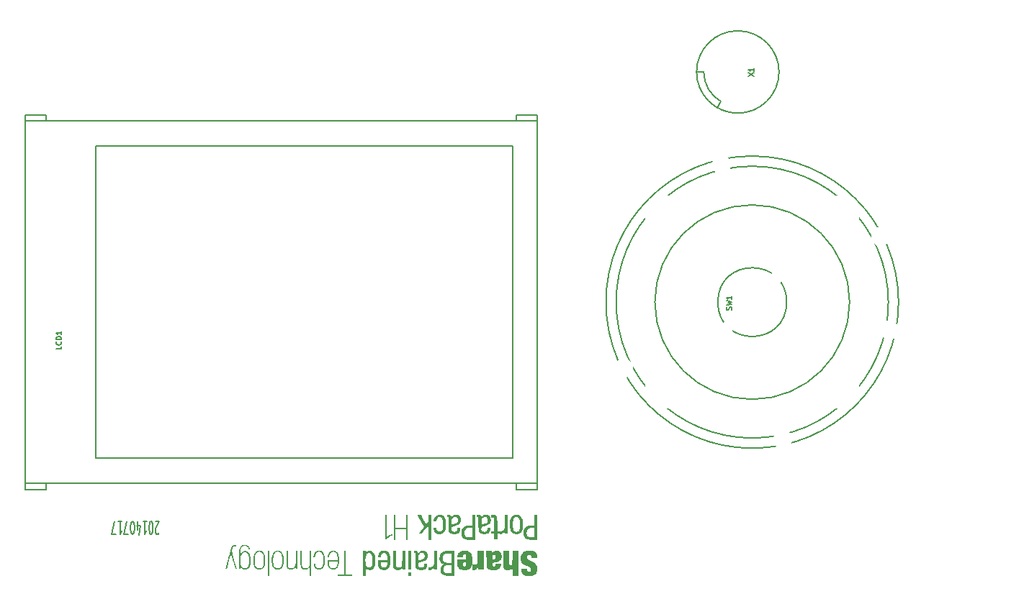
<source format=gto>
%FSLAX34Y34*%
G04 Gerber Fmt 3.4, Leading zero omitted, Abs format*
G04 (created by PCBNEW (2014-03-01 BZR 4730)-product) date Thursday, July 17, 2014 'AMt' 09:27:46 AM*
%MOIN*%
G01*
G70*
G90*
G04 APERTURE LIST*
%ADD10C,0.006000*%
%ADD11C,0.003937*%
%ADD12C,0.005906*%
%ADD13C,0.226472*%
%ADD14C,0.029622*%
%ADD15C,0.061118*%
%ADD16C,0.068992*%
%ADD17C,0.088677*%
%ADD18C,0.163480*%
%ADD19C,0.072929*%
G04 APERTURE END LIST*
G54D10*
X30613Y-64838D02*
X30598Y-64866D01*
X30570Y-64895D01*
X30498Y-64895D01*
X30470Y-64866D01*
X30456Y-64838D01*
X30441Y-64781D01*
X30441Y-64724D01*
X30456Y-64638D01*
X30627Y-64295D01*
X30441Y-64295D01*
X30256Y-64895D02*
X30227Y-64895D01*
X30198Y-64866D01*
X30184Y-64838D01*
X30170Y-64781D01*
X30156Y-64666D01*
X30156Y-64524D01*
X30170Y-64409D01*
X30184Y-64352D01*
X30198Y-64324D01*
X30227Y-64295D01*
X30256Y-64295D01*
X30284Y-64324D01*
X30298Y-64352D01*
X30313Y-64409D01*
X30327Y-64524D01*
X30327Y-64666D01*
X30313Y-64781D01*
X30298Y-64838D01*
X30284Y-64866D01*
X30256Y-64895D01*
X29870Y-64295D02*
X30041Y-64295D01*
X29956Y-64295D02*
X29956Y-64895D01*
X29984Y-64809D01*
X30013Y-64752D01*
X30041Y-64724D01*
X29613Y-64695D02*
X29613Y-64295D01*
X29684Y-64924D02*
X29756Y-64495D01*
X29570Y-64495D01*
X29398Y-64895D02*
X29370Y-64895D01*
X29341Y-64866D01*
X29327Y-64838D01*
X29313Y-64781D01*
X29298Y-64666D01*
X29298Y-64524D01*
X29313Y-64409D01*
X29327Y-64352D01*
X29341Y-64324D01*
X29370Y-64295D01*
X29398Y-64295D01*
X29427Y-64324D01*
X29441Y-64352D01*
X29456Y-64409D01*
X29470Y-64524D01*
X29470Y-64666D01*
X29456Y-64781D01*
X29441Y-64838D01*
X29427Y-64866D01*
X29398Y-64895D01*
X29198Y-64895D02*
X28998Y-64895D01*
X29127Y-64295D01*
X28727Y-64295D02*
X28898Y-64295D01*
X28813Y-64295D02*
X28813Y-64895D01*
X28841Y-64809D01*
X28870Y-64752D01*
X28898Y-64724D01*
X28627Y-64895D02*
X28427Y-64895D01*
X28556Y-64295D01*
X24409Y-45724D02*
X24409Y-45448D01*
X24409Y-45448D02*
X25393Y-45448D01*
X25393Y-45448D02*
X25393Y-45724D01*
X24409Y-62543D02*
X24409Y-62818D01*
X24409Y-62818D02*
X25393Y-62818D01*
X25393Y-62818D02*
X25393Y-62543D01*
X48133Y-62543D02*
X48133Y-62818D01*
X48133Y-62818D02*
X47149Y-62818D01*
X47149Y-62818D02*
X47149Y-62543D01*
X48133Y-45724D02*
X48133Y-45448D01*
X48133Y-45448D02*
X47149Y-45448D01*
X47149Y-45448D02*
X47149Y-45724D01*
X46972Y-46905D02*
X46972Y-61362D01*
X46972Y-61362D02*
X27696Y-61362D01*
X27696Y-61362D02*
X27696Y-46905D01*
X27696Y-46905D02*
X46972Y-46905D01*
X24409Y-62543D02*
X24409Y-45724D01*
X24409Y-45724D02*
X48133Y-45724D01*
X48133Y-45724D02*
X48133Y-62543D01*
X48133Y-62543D02*
X24409Y-62543D01*
X56614Y-44828D02*
X56446Y-45118D01*
X55826Y-43464D02*
X55492Y-43464D01*
X55826Y-43464D02*
G75*
G03X56614Y-44828I1574J0D01*
G74*
G01*
X59311Y-43464D02*
G75*
G03X59311Y-43464I-1909J0D01*
G74*
G01*
G54D11*
G36*
X34317Y-66508D02*
X34319Y-66070D01*
X34319Y-66007D01*
X34319Y-65950D01*
X34319Y-65898D01*
X34319Y-65853D01*
X34320Y-65812D01*
X34320Y-65777D01*
X34320Y-65746D01*
X34320Y-65719D01*
X34321Y-65696D01*
X34321Y-65676D01*
X34321Y-65660D01*
X34322Y-65646D01*
X34322Y-65635D01*
X34323Y-65626D01*
X34323Y-65619D01*
X34324Y-65613D01*
X34325Y-65608D01*
X34325Y-65605D01*
X34337Y-65558D01*
X34351Y-65517D01*
X34368Y-65482D01*
X34389Y-65453D01*
X34413Y-65428D01*
X34441Y-65409D01*
X34473Y-65394D01*
X34509Y-65384D01*
X34527Y-65381D01*
X34542Y-65380D01*
X34562Y-65379D01*
X34583Y-65378D01*
X34604Y-65379D01*
X34624Y-65379D01*
X34639Y-65381D01*
X34642Y-65381D01*
X34671Y-65388D01*
X34699Y-65399D01*
X34725Y-65413D01*
X34748Y-65428D01*
X34757Y-65437D01*
X34774Y-65459D01*
X34789Y-65485D01*
X34802Y-65515D01*
X34810Y-65546D01*
X34813Y-65564D01*
X34815Y-65585D01*
X34783Y-65585D01*
X34752Y-65585D01*
X34750Y-65561D01*
X34745Y-65533D01*
X34734Y-65507D01*
X34717Y-65484D01*
X34695Y-65464D01*
X34674Y-65451D01*
X34658Y-65444D01*
X34641Y-65439D01*
X34624Y-65435D01*
X34603Y-65434D01*
X34577Y-65433D01*
X34574Y-65433D01*
X34555Y-65433D01*
X34540Y-65434D01*
X34528Y-65436D01*
X34517Y-65438D01*
X34505Y-65441D01*
X34502Y-65442D01*
X34473Y-65455D01*
X34449Y-65471D01*
X34428Y-65492D01*
X34411Y-65518D01*
X34398Y-65550D01*
X34388Y-65587D01*
X34388Y-65587D01*
X34385Y-65597D01*
X34384Y-65607D01*
X34383Y-65617D01*
X34381Y-65630D01*
X34381Y-65645D01*
X34380Y-65664D01*
X34379Y-65688D01*
X34379Y-65717D01*
X34379Y-65730D01*
X34378Y-65763D01*
X34378Y-65790D01*
X34378Y-65810D01*
X34379Y-65825D01*
X34379Y-65835D01*
X34380Y-65836D01*
X34380Y-66096D01*
X34380Y-66131D01*
X34381Y-66164D01*
X34382Y-66194D01*
X34384Y-66221D01*
X34386Y-66231D01*
X34394Y-66281D01*
X34405Y-66325D01*
X34419Y-66363D01*
X34436Y-66394D01*
X34455Y-66421D01*
X34477Y-66441D01*
X34503Y-66456D01*
X34531Y-66466D01*
X34563Y-66471D01*
X34577Y-66471D01*
X34612Y-66469D01*
X34643Y-66461D01*
X34671Y-66449D01*
X34695Y-66431D01*
X34709Y-66418D01*
X34727Y-66394D01*
X34743Y-66366D01*
X34756Y-66334D01*
X34767Y-66296D01*
X34775Y-66253D01*
X34781Y-66205D01*
X34784Y-66156D01*
X34786Y-66095D01*
X34785Y-66038D01*
X34781Y-65985D01*
X34774Y-65936D01*
X34765Y-65892D01*
X34753Y-65853D01*
X34739Y-65819D01*
X34722Y-65791D01*
X34713Y-65779D01*
X34692Y-65760D01*
X34667Y-65745D01*
X34639Y-65734D01*
X34608Y-65728D01*
X34576Y-65726D01*
X34544Y-65730D01*
X34532Y-65733D01*
X34504Y-65744D01*
X34479Y-65761D01*
X34455Y-65784D01*
X34435Y-65812D01*
X34418Y-65845D01*
X34414Y-65854D01*
X34407Y-65876D01*
X34400Y-65903D01*
X34393Y-65933D01*
X34388Y-65965D01*
X34386Y-65978D01*
X34383Y-66002D01*
X34381Y-66030D01*
X34380Y-66062D01*
X34380Y-66096D01*
X34380Y-65836D01*
X34381Y-65840D01*
X34382Y-65840D01*
X34384Y-65837D01*
X34387Y-65829D01*
X34387Y-65828D01*
X34391Y-65819D01*
X34396Y-65807D01*
X34403Y-65792D01*
X34406Y-65785D01*
X34425Y-65755D01*
X34449Y-65729D01*
X34477Y-65707D01*
X34499Y-65694D01*
X34532Y-65681D01*
X34567Y-65674D01*
X34602Y-65671D01*
X34637Y-65674D01*
X34671Y-65682D01*
X34703Y-65694D01*
X34732Y-65711D01*
X34757Y-65733D01*
X34771Y-65749D01*
X34791Y-65778D01*
X34808Y-65811D01*
X34822Y-65846D01*
X34833Y-65886D01*
X34841Y-65929D01*
X34847Y-65978D01*
X34851Y-66031D01*
X34852Y-66091D01*
X34852Y-66095D01*
X34852Y-66148D01*
X34849Y-66196D01*
X34845Y-66240D01*
X34839Y-66280D01*
X34831Y-66316D01*
X34821Y-66352D01*
X34811Y-66381D01*
X34794Y-66417D01*
X34773Y-66449D01*
X34747Y-66475D01*
X34718Y-66495D01*
X34685Y-66511D01*
X34648Y-66521D01*
X34607Y-66525D01*
X34596Y-66525D01*
X34569Y-66525D01*
X34546Y-66523D01*
X34526Y-66519D01*
X34507Y-66512D01*
X34489Y-66504D01*
X34460Y-66486D01*
X34434Y-66463D01*
X34412Y-66434D01*
X34394Y-66400D01*
X34393Y-66396D01*
X34388Y-66384D01*
X34383Y-66375D01*
X34381Y-66370D01*
X34380Y-66370D01*
X34380Y-66372D01*
X34379Y-66380D01*
X34378Y-66393D01*
X34378Y-66409D01*
X34378Y-66429D01*
X34378Y-66437D01*
X34378Y-66508D01*
X34348Y-66508D01*
X34317Y-66508D01*
X34317Y-66508D01*
X34317Y-66508D01*
G37*
G36*
X33684Y-66504D02*
X33685Y-66500D01*
X33688Y-66490D01*
X33692Y-66474D01*
X33697Y-66453D01*
X33704Y-66428D01*
X33712Y-66398D01*
X33721Y-66364D01*
X33731Y-66327D01*
X33742Y-66287D01*
X33753Y-66244D01*
X33765Y-66199D01*
X33778Y-66153D01*
X33791Y-66105D01*
X33804Y-66056D01*
X33817Y-66007D01*
X33831Y-65958D01*
X33844Y-65909D01*
X33857Y-65861D01*
X33870Y-65815D01*
X33882Y-65770D01*
X33894Y-65727D01*
X33905Y-65687D01*
X33915Y-65649D01*
X33924Y-65615D01*
X33933Y-65585D01*
X33940Y-65560D01*
X33946Y-65538D01*
X33950Y-65522D01*
X33953Y-65512D01*
X33955Y-65508D01*
X33966Y-65484D01*
X33979Y-65461D01*
X33994Y-65441D01*
X34005Y-65429D01*
X34023Y-65417D01*
X34044Y-65406D01*
X34066Y-65398D01*
X34077Y-65395D01*
X34088Y-65393D01*
X34103Y-65392D01*
X34120Y-65391D01*
X34137Y-65391D01*
X34154Y-65391D01*
X34169Y-65392D01*
X34181Y-65393D01*
X34188Y-65395D01*
X34190Y-65396D01*
X34190Y-65401D01*
X34191Y-65411D01*
X34190Y-65423D01*
X34189Y-65446D01*
X34141Y-65446D01*
X34117Y-65447D01*
X34097Y-65448D01*
X34082Y-65451D01*
X34070Y-65455D01*
X34059Y-65462D01*
X34048Y-65470D01*
X34036Y-65483D01*
X34025Y-65502D01*
X34013Y-65528D01*
X34001Y-65560D01*
X33989Y-65598D01*
X33988Y-65603D01*
X33970Y-65663D01*
X34093Y-66086D01*
X34217Y-66508D01*
X34183Y-66508D01*
X34149Y-66508D01*
X34045Y-66135D01*
X34031Y-66087D01*
X34018Y-66040D01*
X34005Y-65996D01*
X33994Y-65954D01*
X33983Y-65915D01*
X33973Y-65880D01*
X33963Y-65848D01*
X33956Y-65821D01*
X33949Y-65798D01*
X33944Y-65780D01*
X33940Y-65768D01*
X33938Y-65761D01*
X33938Y-65760D01*
X33937Y-65763D01*
X33934Y-65772D01*
X33930Y-65786D01*
X33925Y-65805D01*
X33918Y-65829D01*
X33911Y-65858D01*
X33903Y-65890D01*
X33894Y-65925D01*
X33885Y-65963D01*
X33874Y-66003D01*
X33866Y-66037D01*
X33855Y-66082D01*
X33844Y-66126D01*
X33833Y-66171D01*
X33822Y-66214D01*
X33812Y-66255D01*
X33803Y-66293D01*
X33794Y-66328D01*
X33786Y-66359D01*
X33780Y-66385D01*
X33775Y-66406D01*
X33773Y-66412D01*
X33749Y-66508D01*
X33717Y-66508D01*
X33700Y-66508D01*
X33690Y-66507D01*
X33685Y-66505D01*
X33684Y-66504D01*
X33684Y-66504D01*
X33684Y-66504D01*
G37*
G36*
X42404Y-65718D02*
X42405Y-65701D01*
X42405Y-65687D01*
X42406Y-65676D01*
X42407Y-65670D01*
X42407Y-65670D01*
X42412Y-65669D01*
X42421Y-65667D01*
X42435Y-65666D01*
X42450Y-65664D01*
X42451Y-65664D01*
X42484Y-65662D01*
X42512Y-65663D01*
X42536Y-65667D01*
X42557Y-65675D01*
X42561Y-65677D01*
X42572Y-65684D01*
X42580Y-65691D01*
X42587Y-65701D01*
X42589Y-65705D01*
X42594Y-65719D01*
X42599Y-65735D01*
X42602Y-65748D01*
X42604Y-65759D01*
X42606Y-65768D01*
X42608Y-65771D01*
X42608Y-65771D01*
X42610Y-65769D01*
X42614Y-65763D01*
X42614Y-66014D01*
X42614Y-66135D01*
X42629Y-66125D01*
X42640Y-66118D01*
X42651Y-66111D01*
X42665Y-66105D01*
X42681Y-66098D01*
X42700Y-66091D01*
X42725Y-66082D01*
X42741Y-66076D01*
X42762Y-66069D01*
X42783Y-66061D01*
X42801Y-66055D01*
X42816Y-66049D01*
X42826Y-66045D01*
X42827Y-66044D01*
X42851Y-66030D01*
X42872Y-66010D01*
X42888Y-65987D01*
X42899Y-65959D01*
X42905Y-65928D01*
X42907Y-65894D01*
X42905Y-65873D01*
X42899Y-65842D01*
X42891Y-65816D01*
X42878Y-65795D01*
X42863Y-65778D01*
X42852Y-65771D01*
X42833Y-65763D01*
X42811Y-65757D01*
X42786Y-65756D01*
X42760Y-65757D01*
X42736Y-65762D01*
X42730Y-65764D01*
X42700Y-65778D01*
X42673Y-65797D01*
X42649Y-65821D01*
X42636Y-65839D01*
X42631Y-65848D01*
X42626Y-65856D01*
X42623Y-65864D01*
X42620Y-65873D01*
X42618Y-65884D01*
X42617Y-65897D01*
X42616Y-65913D01*
X42615Y-65933D01*
X42615Y-65958D01*
X42614Y-65988D01*
X42614Y-66014D01*
X42614Y-65763D01*
X42615Y-65762D01*
X42619Y-65756D01*
X42636Y-65734D01*
X42658Y-65712D01*
X42683Y-65693D01*
X42710Y-65676D01*
X42737Y-65664D01*
X42737Y-65664D01*
X42753Y-65659D01*
X42772Y-65654D01*
X42791Y-65651D01*
X42809Y-65649D01*
X42824Y-65648D01*
X42824Y-65648D01*
X42832Y-65649D01*
X42843Y-65650D01*
X42856Y-65652D01*
X42882Y-65656D01*
X42909Y-65664D01*
X42933Y-65673D01*
X42953Y-65684D01*
X42980Y-65705D01*
X43002Y-65731D01*
X43020Y-65762D01*
X43034Y-65796D01*
X43043Y-65835D01*
X43047Y-65877D01*
X43047Y-65916D01*
X43042Y-65959D01*
X43032Y-65998D01*
X43018Y-66032D01*
X42998Y-66062D01*
X42974Y-66088D01*
X42945Y-66109D01*
X42910Y-66126D01*
X42903Y-66129D01*
X42893Y-66132D01*
X42879Y-66137D01*
X42860Y-66143D01*
X42838Y-66150D01*
X42814Y-66157D01*
X42788Y-66165D01*
X42783Y-66166D01*
X42749Y-66177D01*
X42722Y-66185D01*
X42699Y-66193D01*
X42681Y-66200D01*
X42666Y-66206D01*
X42654Y-66212D01*
X42645Y-66218D01*
X42637Y-66224D01*
X42633Y-66227D01*
X42623Y-66238D01*
X42617Y-66250D01*
X42612Y-66263D01*
X42610Y-66281D01*
X42609Y-66293D01*
X42609Y-66327D01*
X42613Y-66357D01*
X42622Y-66382D01*
X42636Y-66403D01*
X42646Y-66414D01*
X42662Y-66426D01*
X42679Y-66434D01*
X42699Y-66440D01*
X42724Y-66443D01*
X42736Y-66444D01*
X42768Y-66443D01*
X42794Y-66439D01*
X42817Y-66431D01*
X42838Y-66419D01*
X42850Y-66408D01*
X42865Y-66390D01*
X42877Y-66367D01*
X42885Y-66341D01*
X42890Y-66313D01*
X42891Y-66299D01*
X42891Y-66290D01*
X42891Y-66283D01*
X42893Y-66278D01*
X42897Y-66275D01*
X42904Y-66273D01*
X42914Y-66272D01*
X42929Y-66271D01*
X42950Y-66271D01*
X42961Y-66271D01*
X43028Y-66271D01*
X43028Y-66281D01*
X43027Y-66289D01*
X43026Y-66301D01*
X43025Y-66316D01*
X43024Y-66323D01*
X43017Y-66368D01*
X43006Y-66407D01*
X42991Y-66441D01*
X42971Y-66470D01*
X42947Y-66494D01*
X42918Y-66514D01*
X42884Y-66529D01*
X42845Y-66540D01*
X42801Y-66548D01*
X42800Y-66548D01*
X42746Y-66551D01*
X42696Y-66549D01*
X42649Y-66542D01*
X42606Y-66530D01*
X42582Y-66519D01*
X42556Y-66506D01*
X42536Y-66490D01*
X42519Y-66472D01*
X42505Y-66450D01*
X42493Y-66423D01*
X42487Y-66405D01*
X42480Y-66380D01*
X42478Y-66081D01*
X42478Y-66030D01*
X42477Y-65985D01*
X42477Y-65945D01*
X42477Y-65911D01*
X42476Y-65883D01*
X42476Y-65858D01*
X42476Y-65838D01*
X42475Y-65822D01*
X42475Y-65808D01*
X42474Y-65798D01*
X42474Y-65790D01*
X42473Y-65785D01*
X42472Y-65781D01*
X42472Y-65778D01*
X42471Y-65776D01*
X42469Y-65774D01*
X42469Y-65774D01*
X42462Y-65766D01*
X42454Y-65761D01*
X42444Y-65759D01*
X42430Y-65759D01*
X42418Y-65760D01*
X42410Y-65763D01*
X42408Y-65763D01*
X42406Y-65762D01*
X42405Y-65758D01*
X42405Y-65750D01*
X42404Y-65737D01*
X42404Y-65719D01*
X42404Y-65718D01*
X42404Y-65718D01*
X42404Y-65718D01*
G37*
G36*
X40734Y-66085D02*
X40874Y-66085D01*
X40874Y-66191D01*
X40874Y-66228D01*
X40876Y-66270D01*
X40881Y-66307D01*
X40890Y-66341D01*
X40903Y-66372D01*
X40904Y-66375D01*
X40920Y-66400D01*
X40938Y-66419D01*
X40960Y-66432D01*
X40985Y-66441D01*
X41012Y-66444D01*
X41044Y-66443D01*
X41073Y-66437D01*
X41097Y-66425D01*
X41119Y-66407D01*
X41137Y-66384D01*
X41152Y-66355D01*
X41157Y-66340D01*
X41169Y-66301D01*
X41176Y-66258D01*
X41180Y-66224D01*
X41182Y-66191D01*
X41028Y-66191D01*
X40874Y-66191D01*
X40874Y-66085D01*
X40959Y-66085D01*
X41184Y-66085D01*
X41184Y-66049D01*
X41184Y-66024D01*
X41183Y-65998D01*
X41181Y-65971D01*
X41179Y-65945D01*
X41176Y-65922D01*
X41173Y-65903D01*
X41173Y-65900D01*
X41168Y-65883D01*
X41160Y-65863D01*
X41151Y-65842D01*
X41141Y-65823D01*
X41130Y-65806D01*
X41123Y-65795D01*
X41106Y-65780D01*
X41086Y-65768D01*
X41061Y-65760D01*
X41059Y-65759D01*
X41028Y-65755D01*
X40997Y-65757D01*
X40970Y-65765D01*
X40944Y-65779D01*
X40922Y-65798D01*
X40903Y-65823D01*
X40891Y-65847D01*
X40886Y-65859D01*
X40882Y-65876D01*
X40878Y-65896D01*
X40876Y-65915D01*
X40874Y-65932D01*
X40874Y-65935D01*
X40874Y-65951D01*
X40808Y-65951D01*
X40741Y-65951D01*
X40741Y-65934D01*
X40743Y-65909D01*
X40749Y-65881D01*
X40758Y-65851D01*
X40769Y-65821D01*
X40782Y-65792D01*
X40797Y-65766D01*
X40808Y-65750D01*
X40833Y-65721D01*
X40864Y-65696D01*
X40898Y-65677D01*
X40935Y-65663D01*
X40958Y-65657D01*
X40987Y-65652D01*
X41019Y-65650D01*
X41050Y-65650D01*
X41069Y-65651D01*
X41110Y-65659D01*
X41148Y-65670D01*
X41181Y-65687D01*
X41211Y-65709D01*
X41237Y-65736D01*
X41260Y-65768D01*
X41279Y-65806D01*
X41295Y-65849D01*
X41307Y-65897D01*
X41316Y-65951D01*
X41321Y-65997D01*
X41323Y-66020D01*
X41324Y-66046D01*
X41324Y-66076D01*
X41324Y-66107D01*
X41323Y-66139D01*
X41322Y-66169D01*
X41320Y-66197D01*
X41318Y-66221D01*
X41316Y-66240D01*
X41316Y-66241D01*
X41308Y-66284D01*
X41298Y-66326D01*
X41285Y-66365D01*
X41271Y-66399D01*
X41257Y-66428D01*
X41247Y-66442D01*
X41233Y-66459D01*
X41216Y-66476D01*
X41199Y-66492D01*
X41183Y-66505D01*
X41173Y-66512D01*
X41143Y-66527D01*
X41112Y-66538D01*
X41080Y-66545D01*
X41044Y-66550D01*
X41034Y-66550D01*
X40990Y-66549D01*
X40947Y-66543D01*
X40907Y-66532D01*
X40871Y-66515D01*
X40838Y-66492D01*
X40835Y-66490D01*
X40813Y-66468D01*
X40794Y-66442D01*
X40777Y-66411D01*
X40763Y-66374D01*
X40751Y-66332D01*
X40744Y-66302D01*
X40742Y-66290D01*
X40740Y-66278D01*
X40739Y-66263D01*
X40738Y-66246D01*
X40737Y-66225D01*
X40736Y-66199D01*
X40735Y-66177D01*
X40734Y-66085D01*
X40734Y-66085D01*
X40734Y-66085D01*
G37*
G36*
X40038Y-65671D02*
X40103Y-65671D01*
X40166Y-65671D01*
X40166Y-66107D01*
X40167Y-66139D01*
X40168Y-66170D01*
X40169Y-66197D01*
X40171Y-66220D01*
X40172Y-66225D01*
X40181Y-66272D01*
X40193Y-66313D01*
X40207Y-66348D01*
X40225Y-66377D01*
X40245Y-66401D01*
X40268Y-66418D01*
X40278Y-66423D01*
X40288Y-66427D01*
X40297Y-66430D01*
X40306Y-66432D01*
X40317Y-66433D01*
X40333Y-66433D01*
X40338Y-66433D01*
X40355Y-66433D01*
X40368Y-66432D01*
X40377Y-66431D01*
X40385Y-66428D01*
X40394Y-66424D01*
X40394Y-66424D01*
X40414Y-66413D01*
X40431Y-66397D01*
X40446Y-66377D01*
X40458Y-66352D01*
X40469Y-66322D01*
X40478Y-66286D01*
X40486Y-66245D01*
X40487Y-66239D01*
X40489Y-66219D01*
X40491Y-66194D01*
X40492Y-66165D01*
X40492Y-66133D01*
X40493Y-66100D01*
X40492Y-66067D01*
X40492Y-66035D01*
X40490Y-66006D01*
X40489Y-65981D01*
X40487Y-65963D01*
X40479Y-65919D01*
X40470Y-65882D01*
X40459Y-65850D01*
X40446Y-65824D01*
X40431Y-65803D01*
X40413Y-65787D01*
X40393Y-65775D01*
X40379Y-65770D01*
X40361Y-65766D01*
X40340Y-65765D01*
X40318Y-65766D01*
X40298Y-65768D01*
X40293Y-65770D01*
X40269Y-65778D01*
X40248Y-65790D01*
X40229Y-65805D01*
X40214Y-65825D01*
X40201Y-65849D01*
X40190Y-65879D01*
X40181Y-65914D01*
X40173Y-65955D01*
X40172Y-65963D01*
X40170Y-65984D01*
X40168Y-66011D01*
X40167Y-66041D01*
X40166Y-66073D01*
X40166Y-66107D01*
X40166Y-65671D01*
X40168Y-65671D01*
X40168Y-65724D01*
X40168Y-65776D01*
X40178Y-65755D01*
X40194Y-65730D01*
X40215Y-65706D01*
X40241Y-65685D01*
X40269Y-65668D01*
X40299Y-65657D01*
X40306Y-65655D01*
X40325Y-65652D01*
X40347Y-65650D01*
X40371Y-65650D01*
X40390Y-65651D01*
X40429Y-65659D01*
X40466Y-65672D01*
X40498Y-65691D01*
X40528Y-65716D01*
X40554Y-65746D01*
X40576Y-65782D01*
X40578Y-65785D01*
X40591Y-65814D01*
X40602Y-65848D01*
X40613Y-65886D01*
X40622Y-65927D01*
X40628Y-65966D01*
X40629Y-65978D01*
X40630Y-65994D01*
X40631Y-66015D01*
X40632Y-66037D01*
X40633Y-66061D01*
X40633Y-66070D01*
X40633Y-66139D01*
X40630Y-66204D01*
X40623Y-66263D01*
X40613Y-66317D01*
X40600Y-66365D01*
X40583Y-66408D01*
X40563Y-66445D01*
X40539Y-66477D01*
X40513Y-66502D01*
X40483Y-66522D01*
X40449Y-66537D01*
X40414Y-66547D01*
X40377Y-66551D01*
X40340Y-66549D01*
X40304Y-66541D01*
X40276Y-66530D01*
X40247Y-66514D01*
X40222Y-66495D01*
X40202Y-66474D01*
X40186Y-66452D01*
X40181Y-66442D01*
X40178Y-66435D01*
X40174Y-66431D01*
X40174Y-66431D01*
X40173Y-66434D01*
X40173Y-66444D01*
X40172Y-66459D01*
X40172Y-66479D01*
X40172Y-66503D01*
X40171Y-66532D01*
X40171Y-66563D01*
X40171Y-66598D01*
X40171Y-66623D01*
X40171Y-66815D01*
X40104Y-66815D01*
X40038Y-66815D01*
X40038Y-66243D01*
X40038Y-65671D01*
X40038Y-65671D01*
X40038Y-65671D01*
G37*
G36*
X38407Y-66095D02*
X38474Y-66095D01*
X38474Y-66148D01*
X38474Y-66178D01*
X38476Y-66220D01*
X38480Y-66261D01*
X38488Y-66299D01*
X38497Y-66335D01*
X38509Y-66368D01*
X38523Y-66396D01*
X38539Y-66418D01*
X38546Y-66426D01*
X38567Y-66444D01*
X38591Y-66457D01*
X38617Y-66466D01*
X38648Y-66470D01*
X38669Y-66471D01*
X38704Y-66469D01*
X38735Y-66462D01*
X38762Y-66450D01*
X38787Y-66433D01*
X38803Y-66417D01*
X38821Y-66393D01*
X38838Y-66364D01*
X38852Y-66330D01*
X38863Y-66292D01*
X38871Y-66251D01*
X38876Y-66209D01*
X38876Y-66206D01*
X38877Y-66190D01*
X38878Y-66176D01*
X38879Y-66164D01*
X38880Y-66160D01*
X38881Y-66148D01*
X38678Y-66148D01*
X38474Y-66148D01*
X38474Y-66095D01*
X38642Y-66095D01*
X38692Y-66095D01*
X38736Y-66094D01*
X38775Y-66094D01*
X38807Y-66094D01*
X38834Y-66093D01*
X38855Y-66093D01*
X38869Y-66092D01*
X38878Y-66092D01*
X38879Y-66091D01*
X38880Y-66087D01*
X38880Y-66077D01*
X38880Y-66063D01*
X38879Y-66045D01*
X38878Y-66025D01*
X38877Y-66004D01*
X38875Y-65983D01*
X38874Y-65962D01*
X38873Y-65944D01*
X38871Y-65929D01*
X38871Y-65926D01*
X38865Y-65893D01*
X38858Y-65862D01*
X38847Y-65833D01*
X38836Y-65808D01*
X38819Y-65778D01*
X38800Y-65753D01*
X38779Y-65735D01*
X38756Y-65721D01*
X38729Y-65712D01*
X38724Y-65711D01*
X38708Y-65709D01*
X38687Y-65708D01*
X38665Y-65709D01*
X38643Y-65711D01*
X38624Y-65714D01*
X38613Y-65718D01*
X38594Y-65726D01*
X38575Y-65737D01*
X38557Y-65750D01*
X38542Y-65764D01*
X38537Y-65769D01*
X38522Y-65790D01*
X38509Y-65816D01*
X38497Y-65846D01*
X38488Y-65878D01*
X38481Y-65909D01*
X38481Y-65914D01*
X38477Y-65945D01*
X38447Y-65945D01*
X38418Y-65945D01*
X38418Y-65931D01*
X38419Y-65906D01*
X38424Y-65877D01*
X38432Y-65848D01*
X38441Y-65819D01*
X38448Y-65802D01*
X38459Y-65780D01*
X38473Y-65758D01*
X38488Y-65736D01*
X38503Y-65718D01*
X38514Y-65708D01*
X38533Y-65693D01*
X38556Y-65680D01*
X38581Y-65668D01*
X38605Y-65660D01*
X38608Y-65660D01*
X38631Y-65656D01*
X38657Y-65654D01*
X38685Y-65653D01*
X38710Y-65654D01*
X38719Y-65655D01*
X38758Y-65662D01*
X38793Y-65675D01*
X38824Y-65693D01*
X38851Y-65716D01*
X38874Y-65744D01*
X38892Y-65775D01*
X38905Y-65808D01*
X38917Y-65846D01*
X38928Y-65889D01*
X38936Y-65939D01*
X38940Y-65968D01*
X38942Y-65994D01*
X38944Y-66023D01*
X38945Y-66056D01*
X38946Y-66090D01*
X38946Y-66125D01*
X38945Y-66158D01*
X38944Y-66188D01*
X38942Y-66213D01*
X38940Y-66229D01*
X38930Y-66284D01*
X38916Y-66333D01*
X38899Y-66377D01*
X38878Y-66415D01*
X38854Y-66447D01*
X38826Y-66474D01*
X38795Y-66496D01*
X38760Y-66512D01*
X38738Y-66518D01*
X38720Y-66522D01*
X38697Y-66524D01*
X38673Y-66526D01*
X38648Y-66526D01*
X38626Y-66524D01*
X38610Y-66522D01*
X38590Y-66517D01*
X38568Y-66509D01*
X38548Y-66500D01*
X38532Y-66491D01*
X38532Y-66491D01*
X38505Y-66468D01*
X38481Y-66440D01*
X38461Y-66406D01*
X38444Y-66367D01*
X38430Y-66321D01*
X38420Y-66271D01*
X38413Y-66214D01*
X38409Y-66154D01*
X38407Y-66095D01*
X38407Y-66095D01*
X38407Y-66095D01*
G37*
G36*
X37764Y-65933D02*
X37766Y-65911D01*
X37771Y-65885D01*
X37779Y-65856D01*
X37788Y-65827D01*
X37800Y-65798D01*
X37812Y-65772D01*
X37824Y-65750D01*
X37833Y-65738D01*
X37860Y-65710D01*
X37891Y-65688D01*
X37925Y-65671D01*
X37962Y-65659D01*
X38003Y-65653D01*
X38045Y-65653D01*
X38065Y-65655D01*
X38101Y-65662D01*
X38134Y-65673D01*
X38164Y-65690D01*
X38190Y-65711D01*
X38213Y-65738D01*
X38233Y-65769D01*
X38250Y-65807D01*
X38265Y-65849D01*
X38276Y-65898D01*
X38285Y-65952D01*
X38291Y-66012D01*
X38291Y-66023D01*
X38294Y-66080D01*
X38293Y-66135D01*
X38289Y-66190D01*
X38283Y-66241D01*
X38273Y-66290D01*
X38262Y-66334D01*
X38251Y-66363D01*
X38233Y-66402D01*
X38210Y-66436D01*
X38183Y-66465D01*
X38153Y-66489D01*
X38119Y-66507D01*
X38083Y-66519D01*
X38071Y-66522D01*
X38052Y-66524D01*
X38030Y-66525D01*
X38006Y-66526D01*
X37983Y-66525D01*
X37963Y-66522D01*
X37951Y-66520D01*
X37920Y-66509D01*
X37890Y-66494D01*
X37863Y-66476D01*
X37839Y-66454D01*
X37821Y-66431D01*
X37807Y-66406D01*
X37794Y-66376D01*
X37783Y-66344D01*
X37775Y-66313D01*
X37770Y-66284D01*
X37769Y-66268D01*
X37802Y-66269D01*
X37836Y-66270D01*
X37837Y-66283D01*
X37839Y-66300D01*
X37843Y-66319D01*
X37848Y-66339D01*
X37853Y-66356D01*
X37856Y-66363D01*
X37867Y-66384D01*
X37883Y-66405D01*
X37901Y-66425D01*
X37920Y-66442D01*
X37938Y-66455D01*
X37941Y-66456D01*
X37962Y-66464D01*
X37987Y-66469D01*
X38014Y-66471D01*
X38041Y-66470D01*
X38063Y-66466D01*
X38093Y-66455D01*
X38121Y-66438D01*
X38145Y-66415D01*
X38167Y-66386D01*
X38185Y-66353D01*
X38199Y-66314D01*
X38199Y-66313D01*
X38209Y-66276D01*
X38216Y-66234D01*
X38221Y-66188D01*
X38224Y-66139D01*
X38226Y-66089D01*
X38225Y-66039D01*
X38222Y-65990D01*
X38217Y-65943D01*
X38210Y-65900D01*
X38201Y-65861D01*
X38199Y-65855D01*
X38185Y-65817D01*
X38167Y-65785D01*
X38146Y-65758D01*
X38122Y-65737D01*
X38094Y-65722D01*
X38067Y-65713D01*
X38050Y-65710D01*
X38030Y-65709D01*
X38009Y-65708D01*
X37989Y-65709D01*
X37973Y-65711D01*
X37971Y-65711D01*
X37943Y-65721D01*
X37917Y-65737D01*
X37894Y-65759D01*
X37874Y-65786D01*
X37858Y-65818D01*
X37845Y-65855D01*
X37836Y-65896D01*
X37834Y-65910D01*
X37832Y-65923D01*
X37831Y-65933D01*
X37831Y-65935D01*
X37831Y-65945D01*
X37798Y-65945D01*
X37764Y-65945D01*
X37764Y-65933D01*
X37764Y-65933D01*
X37764Y-65933D01*
G37*
G36*
X35829Y-66077D02*
X35830Y-66048D01*
X35830Y-66021D01*
X35831Y-65996D01*
X35832Y-65976D01*
X35833Y-65961D01*
X35834Y-65960D01*
X35843Y-65906D01*
X35854Y-65858D01*
X35868Y-65816D01*
X35885Y-65779D01*
X35895Y-65763D01*
X35895Y-66084D01*
X35896Y-66121D01*
X35898Y-66179D01*
X35903Y-66230D01*
X35910Y-66276D01*
X35920Y-66316D01*
X35932Y-66351D01*
X35947Y-66381D01*
X35964Y-66407D01*
X35979Y-66425D01*
X36003Y-66444D01*
X36029Y-66458D01*
X36059Y-66467D01*
X36093Y-66471D01*
X36106Y-66471D01*
X36141Y-66469D01*
X36172Y-66462D01*
X36200Y-66450D01*
X36225Y-66434D01*
X36247Y-66412D01*
X36265Y-66385D01*
X36281Y-66353D01*
X36294Y-66315D01*
X36304Y-66272D01*
X36311Y-66222D01*
X36317Y-66167D01*
X36318Y-66147D01*
X36319Y-66114D01*
X36319Y-66078D01*
X36318Y-66042D01*
X36316Y-66007D01*
X36314Y-65974D01*
X36311Y-65945D01*
X36309Y-65935D01*
X36300Y-65887D01*
X36288Y-65846D01*
X36273Y-65810D01*
X36256Y-65780D01*
X36235Y-65755D01*
X36211Y-65736D01*
X36184Y-65721D01*
X36161Y-65713D01*
X36146Y-65711D01*
X36127Y-65709D01*
X36106Y-65708D01*
X36085Y-65709D01*
X36066Y-65710D01*
X36061Y-65711D01*
X36048Y-65714D01*
X36034Y-65720D01*
X36019Y-65726D01*
X36019Y-65726D01*
X35993Y-65743D01*
X35970Y-65765D01*
X35950Y-65793D01*
X35933Y-65827D01*
X35919Y-65867D01*
X35909Y-65913D01*
X35901Y-65964D01*
X35896Y-66021D01*
X35895Y-66084D01*
X35895Y-65763D01*
X35904Y-65748D01*
X35927Y-65721D01*
X35952Y-65699D01*
X35980Y-65682D01*
X36003Y-65671D01*
X36027Y-65664D01*
X36052Y-65658D01*
X36076Y-65655D01*
X36093Y-65653D01*
X36106Y-65652D01*
X36118Y-65652D01*
X36131Y-65653D01*
X36148Y-65655D01*
X36151Y-65655D01*
X36190Y-65662D01*
X36226Y-65675D01*
X36260Y-65695D01*
X36270Y-65702D01*
X36292Y-65722D01*
X36312Y-65748D01*
X36330Y-65780D01*
X36346Y-65816D01*
X36359Y-65857D01*
X36370Y-65903D01*
X36378Y-65952D01*
X36384Y-66004D01*
X36387Y-66059D01*
X36387Y-66116D01*
X36385Y-66153D01*
X36381Y-66206D01*
X36374Y-66253D01*
X36366Y-66296D01*
X36355Y-66335D01*
X36342Y-66371D01*
X36331Y-66396D01*
X36314Y-66425D01*
X36296Y-66449D01*
X36275Y-66470D01*
X36250Y-66488D01*
X36242Y-66493D01*
X36211Y-66508D01*
X36177Y-66518D01*
X36141Y-66525D01*
X36102Y-66526D01*
X36064Y-66524D01*
X36027Y-66517D01*
X35992Y-66506D01*
X35970Y-66496D01*
X35956Y-66486D01*
X35939Y-66472D01*
X35923Y-66456D01*
X35907Y-66439D01*
X35895Y-66422D01*
X35890Y-66415D01*
X35875Y-66383D01*
X35862Y-66346D01*
X35850Y-66305D01*
X35840Y-66261D01*
X35834Y-66221D01*
X35832Y-66207D01*
X35831Y-66187D01*
X35830Y-66163D01*
X35830Y-66136D01*
X35829Y-66107D01*
X35829Y-66077D01*
X35829Y-66077D01*
X35829Y-66077D01*
G37*
G36*
X34976Y-66077D02*
X34976Y-66048D01*
X34977Y-66021D01*
X34978Y-65996D01*
X34979Y-65976D01*
X34980Y-65961D01*
X34980Y-65960D01*
X34990Y-65906D01*
X35001Y-65858D01*
X35015Y-65816D01*
X35032Y-65779D01*
X35042Y-65763D01*
X35042Y-66084D01*
X35042Y-66121D01*
X35045Y-66179D01*
X35050Y-66230D01*
X35057Y-66276D01*
X35067Y-66316D01*
X35079Y-66351D01*
X35093Y-66381D01*
X35110Y-66407D01*
X35126Y-66425D01*
X35149Y-66444D01*
X35176Y-66458D01*
X35206Y-66467D01*
X35239Y-66471D01*
X35253Y-66471D01*
X35288Y-66469D01*
X35319Y-66462D01*
X35347Y-66450D01*
X35372Y-66434D01*
X35393Y-66412D01*
X35412Y-66385D01*
X35428Y-66353D01*
X35440Y-66315D01*
X35451Y-66272D01*
X35458Y-66222D01*
X35463Y-66167D01*
X35464Y-66147D01*
X35465Y-66114D01*
X35465Y-66078D01*
X35465Y-66042D01*
X35463Y-66007D01*
X35461Y-65974D01*
X35457Y-65945D01*
X35456Y-65935D01*
X35447Y-65887D01*
X35435Y-65846D01*
X35420Y-65810D01*
X35402Y-65780D01*
X35382Y-65755D01*
X35358Y-65736D01*
X35331Y-65721D01*
X35308Y-65713D01*
X35293Y-65711D01*
X35274Y-65709D01*
X35252Y-65708D01*
X35231Y-65709D01*
X35213Y-65710D01*
X35207Y-65711D01*
X35195Y-65714D01*
X35180Y-65720D01*
X35166Y-65726D01*
X35166Y-65726D01*
X35140Y-65743D01*
X35117Y-65765D01*
X35097Y-65793D01*
X35080Y-65827D01*
X35066Y-65867D01*
X35055Y-65913D01*
X35048Y-65964D01*
X35043Y-66021D01*
X35042Y-66084D01*
X35042Y-65763D01*
X35051Y-65748D01*
X35073Y-65721D01*
X35099Y-65699D01*
X35126Y-65682D01*
X35150Y-65671D01*
X35173Y-65664D01*
X35199Y-65658D01*
X35223Y-65655D01*
X35240Y-65653D01*
X35253Y-65652D01*
X35265Y-65652D01*
X35278Y-65653D01*
X35294Y-65655D01*
X35298Y-65655D01*
X35337Y-65662D01*
X35373Y-65675D01*
X35407Y-65695D01*
X35416Y-65702D01*
X35439Y-65722D01*
X35459Y-65748D01*
X35477Y-65780D01*
X35493Y-65816D01*
X35506Y-65857D01*
X35517Y-65903D01*
X35525Y-65952D01*
X35531Y-66004D01*
X35533Y-66059D01*
X35533Y-66116D01*
X35532Y-66153D01*
X35527Y-66206D01*
X35521Y-66253D01*
X35513Y-66296D01*
X35502Y-66335D01*
X35489Y-66371D01*
X35478Y-66396D01*
X35461Y-66425D01*
X35443Y-66449D01*
X35422Y-66470D01*
X35397Y-66488D01*
X35388Y-66493D01*
X35358Y-66508D01*
X35324Y-66518D01*
X35287Y-66525D01*
X35249Y-66526D01*
X35211Y-66524D01*
X35174Y-66517D01*
X35139Y-66506D01*
X35117Y-66496D01*
X35102Y-66486D01*
X35086Y-66472D01*
X35069Y-66456D01*
X35054Y-66439D01*
X35042Y-66422D01*
X35037Y-66415D01*
X35022Y-66383D01*
X35009Y-66346D01*
X34997Y-66305D01*
X34987Y-66261D01*
X34980Y-66221D01*
X34979Y-66207D01*
X34978Y-66187D01*
X34977Y-66163D01*
X34976Y-66136D01*
X34976Y-66107D01*
X34976Y-66077D01*
X34976Y-66077D01*
X34976Y-66077D01*
G37*
G36*
X47348Y-65993D02*
X47350Y-65963D01*
X47352Y-65934D01*
X47355Y-65909D01*
X47357Y-65897D01*
X47370Y-65854D01*
X47387Y-65815D01*
X47409Y-65781D01*
X47436Y-65751D01*
X47467Y-65725D01*
X47504Y-65703D01*
X47546Y-65685D01*
X47593Y-65671D01*
X47631Y-65663D01*
X47646Y-65661D01*
X47667Y-65659D01*
X47691Y-65658D01*
X47718Y-65657D01*
X47747Y-65656D01*
X47775Y-65656D01*
X47801Y-65656D01*
X47825Y-65657D01*
X47845Y-65658D01*
X47849Y-65658D01*
X47892Y-65665D01*
X47933Y-65674D01*
X47970Y-65686D01*
X48003Y-65701D01*
X48020Y-65711D01*
X48047Y-65732D01*
X48071Y-65757D01*
X48092Y-65786D01*
X48108Y-65817D01*
X48111Y-65824D01*
X48119Y-65845D01*
X48124Y-65864D01*
X48128Y-65883D01*
X48131Y-65904D01*
X48133Y-65929D01*
X48133Y-65952D01*
X48135Y-66011D01*
X47991Y-66011D01*
X47848Y-66011D01*
X47848Y-65982D01*
X47846Y-65955D01*
X47842Y-65929D01*
X47836Y-65907D01*
X47830Y-65893D01*
X47816Y-65876D01*
X47798Y-65864D01*
X47777Y-65855D01*
X47755Y-65851D01*
X47731Y-65853D01*
X47717Y-65856D01*
X47697Y-65867D01*
X47680Y-65882D01*
X47667Y-65902D01*
X47659Y-65926D01*
X47655Y-65949D01*
X47656Y-65978D01*
X47661Y-66005D01*
X47672Y-66028D01*
X47689Y-66049D01*
X47689Y-66049D01*
X47700Y-66059D01*
X47711Y-66068D01*
X47723Y-66077D01*
X47738Y-66086D01*
X47755Y-66095D01*
X47776Y-66105D01*
X47801Y-66116D01*
X47831Y-66129D01*
X47861Y-66142D01*
X47900Y-66159D01*
X47933Y-66174D01*
X47962Y-66190D01*
X47986Y-66206D01*
X48008Y-66223D01*
X48029Y-66241D01*
X48043Y-66256D01*
X48067Y-66285D01*
X48087Y-66317D01*
X48102Y-66351D01*
X48112Y-66388D01*
X48118Y-66429D01*
X48120Y-66474D01*
X48120Y-66500D01*
X48116Y-66547D01*
X48110Y-66589D01*
X48100Y-66626D01*
X48086Y-66661D01*
X48069Y-66693D01*
X48053Y-66716D01*
X48027Y-66746D01*
X47996Y-66771D01*
X47961Y-66792D01*
X47921Y-66809D01*
X47876Y-66823D01*
X47849Y-66828D01*
X47835Y-66830D01*
X47816Y-66832D01*
X47792Y-66833D01*
X47766Y-66833D01*
X47738Y-66833D01*
X47711Y-66833D01*
X47685Y-66832D01*
X47662Y-66830D01*
X47642Y-66829D01*
X47630Y-66827D01*
X47583Y-66815D01*
X47543Y-66801D01*
X47507Y-66783D01*
X47477Y-66762D01*
X47451Y-66736D01*
X47429Y-66707D01*
X47411Y-66673D01*
X47409Y-66668D01*
X47399Y-66640D01*
X47391Y-66608D01*
X47384Y-66574D01*
X47380Y-66540D01*
X47378Y-66507D01*
X47378Y-66504D01*
X47378Y-66485D01*
X47516Y-66485D01*
X47654Y-66485D01*
X47656Y-66515D01*
X47660Y-66548D01*
X47667Y-66575D01*
X47676Y-66597D01*
X47688Y-66613D01*
X47704Y-66624D01*
X47723Y-66631D01*
X47725Y-66632D01*
X47749Y-66634D01*
X47771Y-66630D01*
X47790Y-66621D01*
X47806Y-66607D01*
X47819Y-66589D01*
X47828Y-66567D01*
X47832Y-66543D01*
X47832Y-66516D01*
X47831Y-66513D01*
X47824Y-66487D01*
X47813Y-66465D01*
X47796Y-66445D01*
X47795Y-66444D01*
X47783Y-66433D01*
X47771Y-66424D01*
X47757Y-66414D01*
X47740Y-66405D01*
X47721Y-66395D01*
X47698Y-66384D01*
X47670Y-66372D01*
X47637Y-66358D01*
X47629Y-66355D01*
X47590Y-66339D01*
X47557Y-66324D01*
X47529Y-66309D01*
X47504Y-66295D01*
X47483Y-66280D01*
X47463Y-66265D01*
X47444Y-66248D01*
X47441Y-66245D01*
X47412Y-66213D01*
X47390Y-66180D01*
X47372Y-66145D01*
X47360Y-66107D01*
X47352Y-66071D01*
X47350Y-66049D01*
X47348Y-66022D01*
X47348Y-65993D01*
X47348Y-65993D01*
X47348Y-65993D01*
G37*
G36*
X45742Y-65671D02*
X45881Y-65671D01*
X46021Y-65671D01*
X46026Y-65694D01*
X46029Y-65710D01*
X46032Y-65727D01*
X46033Y-65738D01*
X46035Y-65753D01*
X46037Y-65762D01*
X46038Y-65763D01*
X46038Y-66018D01*
X46038Y-66042D01*
X46038Y-66059D01*
X46038Y-66071D01*
X46039Y-66079D01*
X46040Y-66084D01*
X46041Y-66085D01*
X46042Y-66085D01*
X46044Y-66084D01*
X46058Y-66075D01*
X46079Y-66067D01*
X46089Y-66065D01*
X46109Y-66059D01*
X46129Y-66052D01*
X46148Y-66042D01*
X46162Y-66033D01*
X46175Y-66020D01*
X46185Y-66001D01*
X46192Y-65979D01*
X46196Y-65955D01*
X46197Y-65930D01*
X46195Y-65917D01*
X46189Y-65891D01*
X46178Y-65870D01*
X46165Y-65856D01*
X46148Y-65847D01*
X46128Y-65843D01*
X46105Y-65846D01*
X46095Y-65849D01*
X46085Y-65853D01*
X46075Y-65860D01*
X46072Y-65862D01*
X46063Y-65872D01*
X46055Y-65884D01*
X46049Y-65898D01*
X46044Y-65916D01*
X46041Y-65938D01*
X46039Y-65964D01*
X46038Y-65996D01*
X46038Y-66018D01*
X46038Y-65763D01*
X46040Y-65765D01*
X46043Y-65762D01*
X46048Y-65754D01*
X46049Y-65752D01*
X46060Y-65735D01*
X46075Y-65717D01*
X46091Y-65701D01*
X46108Y-65688D01*
X46112Y-65686D01*
X46124Y-65679D01*
X46139Y-65672D01*
X46155Y-65666D01*
X46156Y-65666D01*
X46168Y-65662D01*
X46179Y-65660D01*
X46190Y-65658D01*
X46204Y-65657D01*
X46222Y-65656D01*
X46231Y-65656D01*
X46264Y-65656D01*
X46291Y-65658D01*
X46305Y-65660D01*
X46341Y-65669D01*
X46373Y-65683D01*
X46400Y-65701D01*
X46422Y-65724D01*
X46432Y-65737D01*
X46448Y-65763D01*
X46459Y-65790D01*
X46467Y-65820D01*
X46472Y-65854D01*
X46474Y-65892D01*
X46473Y-65921D01*
X46471Y-65960D01*
X46467Y-65992D01*
X46459Y-66021D01*
X46449Y-66046D01*
X46436Y-66069D01*
X46419Y-66090D01*
X46416Y-66094D01*
X46400Y-66110D01*
X46381Y-66124D01*
X46360Y-66137D01*
X46336Y-66148D01*
X46308Y-66159D01*
X46274Y-66170D01*
X46235Y-66181D01*
X46211Y-66187D01*
X46176Y-66195D01*
X46147Y-66203D01*
X46123Y-66209D01*
X46104Y-66215D01*
X46089Y-66221D01*
X46077Y-66227D01*
X46067Y-66232D01*
X46060Y-66239D01*
X46054Y-66246D01*
X46049Y-66254D01*
X46044Y-66262D01*
X46042Y-66269D01*
X46040Y-66277D01*
X46039Y-66289D01*
X46039Y-66303D01*
X46040Y-66319D01*
X46040Y-66330D01*
X46042Y-66339D01*
X46045Y-66346D01*
X46048Y-66351D01*
X46060Y-66366D01*
X46076Y-66376D01*
X46097Y-66381D01*
X46110Y-66382D01*
X46133Y-66380D01*
X46152Y-66374D01*
X46166Y-66364D01*
X46177Y-66349D01*
X46185Y-66329D01*
X46189Y-66303D01*
X46190Y-66294D01*
X46192Y-66268D01*
X46317Y-66268D01*
X46441Y-66268D01*
X46441Y-66287D01*
X46439Y-66316D01*
X46434Y-66346D01*
X46426Y-66376D01*
X46415Y-66403D01*
X46403Y-66426D01*
X46400Y-66431D01*
X46378Y-66460D01*
X46355Y-66484D01*
X46329Y-66504D01*
X46299Y-66521D01*
X46299Y-66521D01*
X46277Y-66531D01*
X46256Y-66539D01*
X46234Y-66545D01*
X46211Y-66550D01*
X46186Y-66553D01*
X46156Y-66555D01*
X46122Y-66556D01*
X46098Y-66556D01*
X46064Y-66556D01*
X46036Y-66555D01*
X46012Y-66553D01*
X45991Y-66551D01*
X45971Y-66547D01*
X45952Y-66542D01*
X45935Y-66537D01*
X45898Y-66523D01*
X45865Y-66504D01*
X45836Y-66480D01*
X45813Y-66452D01*
X45794Y-66420D01*
X45781Y-66384D01*
X45779Y-66375D01*
X45777Y-66366D01*
X45775Y-66356D01*
X45773Y-66345D01*
X45772Y-66332D01*
X45771Y-66318D01*
X45770Y-66301D01*
X45769Y-66281D01*
X45769Y-66258D01*
X45768Y-66230D01*
X45768Y-66199D01*
X45768Y-66162D01*
X45768Y-66120D01*
X45768Y-66071D01*
X45768Y-66053D01*
X45768Y-66000D01*
X45768Y-65953D01*
X45767Y-65912D01*
X45767Y-65876D01*
X45767Y-65845D01*
X45766Y-65819D01*
X45765Y-65796D01*
X45764Y-65776D01*
X45763Y-65760D01*
X45762Y-65746D01*
X45760Y-65733D01*
X45758Y-65723D01*
X45756Y-65713D01*
X45753Y-65704D01*
X45751Y-65699D01*
X45742Y-65671D01*
X45742Y-65671D01*
X45742Y-65671D01*
G37*
G36*
X44404Y-66055D02*
X44618Y-66055D01*
X44672Y-66055D01*
X44672Y-66221D01*
X44672Y-66231D01*
X44672Y-66245D01*
X44673Y-66262D01*
X44674Y-66269D01*
X44677Y-66298D01*
X44680Y-66322D01*
X44686Y-66341D01*
X44692Y-66355D01*
X44701Y-66365D01*
X44713Y-66373D01*
X44717Y-66375D01*
X44733Y-66380D01*
X44752Y-66382D01*
X44771Y-66381D01*
X44785Y-66377D01*
X44798Y-66369D01*
X44809Y-66359D01*
X44817Y-66344D01*
X44823Y-66325D01*
X44827Y-66301D01*
X44830Y-66271D01*
X44830Y-66260D01*
X44832Y-66211D01*
X44753Y-66211D01*
X44728Y-66211D01*
X44708Y-66211D01*
X44693Y-66212D01*
X44683Y-66213D01*
X44677Y-66213D01*
X44674Y-66215D01*
X44672Y-66216D01*
X44672Y-66221D01*
X44672Y-66055D01*
X44832Y-66055D01*
X44830Y-65974D01*
X44830Y-65948D01*
X44829Y-65925D01*
X44828Y-65905D01*
X44826Y-65891D01*
X44825Y-65882D01*
X44825Y-65881D01*
X44815Y-65860D01*
X44801Y-65844D01*
X44784Y-65832D01*
X44764Y-65826D01*
X44743Y-65826D01*
X44738Y-65827D01*
X44720Y-65833D01*
X44705Y-65843D01*
X44693Y-65857D01*
X44684Y-65877D01*
X44677Y-65901D01*
X44673Y-65931D01*
X44672Y-65942D01*
X44670Y-65975D01*
X44541Y-65975D01*
X44411Y-65975D01*
X44413Y-65950D01*
X44419Y-65900D01*
X44429Y-65854D01*
X44443Y-65814D01*
X44460Y-65778D01*
X44482Y-65748D01*
X44508Y-65722D01*
X44538Y-65701D01*
X44559Y-65689D01*
X44581Y-65680D01*
X44607Y-65672D01*
X44635Y-65665D01*
X44663Y-65660D01*
X44677Y-65658D01*
X44695Y-65657D01*
X44716Y-65656D01*
X44741Y-65655D01*
X44767Y-65655D01*
X44793Y-65656D01*
X44816Y-65657D01*
X44834Y-65658D01*
X44837Y-65658D01*
X44884Y-65666D01*
X44926Y-65678D01*
X44963Y-65693D01*
X44995Y-65714D01*
X45024Y-65738D01*
X45048Y-65768D01*
X45053Y-65775D01*
X45063Y-65790D01*
X45071Y-65805D01*
X45079Y-65823D01*
X45086Y-65844D01*
X45087Y-65847D01*
X45097Y-65882D01*
X45105Y-65920D01*
X45111Y-65962D01*
X45115Y-66009D01*
X45117Y-66060D01*
X45117Y-66118D01*
X45117Y-66132D01*
X45116Y-66168D01*
X45114Y-66198D01*
X45113Y-66225D01*
X45110Y-66249D01*
X45107Y-66271D01*
X45102Y-66293D01*
X45097Y-66317D01*
X45096Y-66320D01*
X45082Y-66366D01*
X45064Y-66407D01*
X45041Y-66443D01*
X45014Y-66474D01*
X44983Y-66500D01*
X44947Y-66521D01*
X44907Y-66538D01*
X44861Y-66550D01*
X44861Y-66550D01*
X44842Y-66553D01*
X44819Y-66555D01*
X44792Y-66556D01*
X44764Y-66557D01*
X44735Y-66557D01*
X44708Y-66556D01*
X44684Y-66555D01*
X44668Y-66553D01*
X44623Y-66544D01*
X44584Y-66532D01*
X44549Y-66515D01*
X44518Y-66494D01*
X44491Y-66468D01*
X44468Y-66437D01*
X44451Y-66406D01*
X44440Y-66382D01*
X44431Y-66357D01*
X44423Y-66331D01*
X44417Y-66302D01*
X44412Y-66271D01*
X44409Y-66236D01*
X44407Y-66195D01*
X44405Y-66149D01*
X44405Y-66149D01*
X44404Y-66055D01*
X44404Y-66055D01*
X44404Y-66055D01*
G37*
G36*
X46541Y-65671D02*
X46684Y-65671D01*
X46828Y-65671D01*
X46828Y-65967D01*
X46828Y-66027D01*
X46828Y-66081D01*
X46828Y-66129D01*
X46828Y-66171D01*
X46829Y-66206D01*
X46829Y-66235D01*
X46830Y-66257D01*
X46830Y-66273D01*
X46831Y-66282D01*
X46831Y-66283D01*
X46838Y-66306D01*
X46848Y-66324D01*
X46861Y-66336D01*
X46879Y-66343D01*
X46898Y-66345D01*
X46920Y-66342D01*
X46938Y-66334D01*
X46952Y-66320D01*
X46961Y-66302D01*
X46964Y-66291D01*
X46965Y-66284D01*
X46966Y-66271D01*
X46966Y-66251D01*
X46967Y-66225D01*
X46967Y-66193D01*
X46967Y-66154D01*
X46967Y-66108D01*
X46968Y-66056D01*
X46968Y-65997D01*
X46968Y-65973D01*
X46968Y-65671D01*
X47113Y-65671D01*
X47258Y-65671D01*
X47258Y-66243D01*
X47258Y-66815D01*
X47114Y-66814D01*
X46969Y-66813D01*
X46968Y-66626D01*
X46966Y-66440D01*
X46954Y-66460D01*
X46942Y-66477D01*
X46927Y-66495D01*
X46911Y-66510D01*
X46896Y-66522D01*
X46894Y-66523D01*
X46875Y-66533D01*
X46851Y-66543D01*
X46825Y-66551D01*
X46816Y-66553D01*
X46797Y-66556D01*
X46774Y-66557D01*
X46749Y-66557D01*
X46724Y-66556D01*
X46701Y-66553D01*
X46686Y-66550D01*
X46652Y-66537D01*
X46622Y-66519D01*
X46597Y-66497D01*
X46576Y-66470D01*
X46560Y-66438D01*
X46548Y-66402D01*
X46547Y-66397D01*
X46546Y-66391D01*
X46545Y-66386D01*
X46545Y-66380D01*
X46544Y-66372D01*
X46543Y-66364D01*
X46543Y-66353D01*
X46542Y-66340D01*
X46542Y-66324D01*
X46542Y-66305D01*
X46542Y-66283D01*
X46541Y-66256D01*
X46541Y-66225D01*
X46541Y-66190D01*
X46541Y-66149D01*
X46541Y-66102D01*
X46541Y-66050D01*
X46541Y-66019D01*
X46541Y-65671D01*
X46541Y-65671D01*
X46541Y-65671D01*
G37*
G36*
X45128Y-66291D02*
X45145Y-66293D01*
X45164Y-66295D01*
X45185Y-66296D01*
X45208Y-66295D01*
X45229Y-66294D01*
X45248Y-66292D01*
X45258Y-66290D01*
X45286Y-66281D01*
X45309Y-66269D01*
X45327Y-66253D01*
X45341Y-66233D01*
X45352Y-66209D01*
X45354Y-66203D01*
X45355Y-66199D01*
X45356Y-66194D01*
X45356Y-66187D01*
X45357Y-66177D01*
X45358Y-66165D01*
X45358Y-66150D01*
X45359Y-66131D01*
X45359Y-66108D01*
X45359Y-66081D01*
X45360Y-66048D01*
X45360Y-66010D01*
X45360Y-65966D01*
X45360Y-65929D01*
X45361Y-65671D01*
X45505Y-65671D01*
X45648Y-65671D01*
X45648Y-66105D01*
X45648Y-66538D01*
X45509Y-66538D01*
X45371Y-66538D01*
X45371Y-66470D01*
X45371Y-66448D01*
X45370Y-66429D01*
X45370Y-66415D01*
X45369Y-66405D01*
X45368Y-66401D01*
X45368Y-66401D01*
X45365Y-66404D01*
X45362Y-66411D01*
X45361Y-66414D01*
X45349Y-66442D01*
X45333Y-66470D01*
X45314Y-66495D01*
X45294Y-66514D01*
X45267Y-66533D01*
X45240Y-66546D01*
X45210Y-66554D01*
X45176Y-66558D01*
X45163Y-66558D01*
X45128Y-66558D01*
X45128Y-66424D01*
X45128Y-66291D01*
X45128Y-66291D01*
X45128Y-66291D01*
G37*
G36*
X43595Y-66017D02*
X43596Y-65972D01*
X43601Y-65922D01*
X43611Y-65877D01*
X43625Y-65837D01*
X43643Y-65802D01*
X43666Y-65771D01*
X43694Y-65745D01*
X43727Y-65723D01*
X43743Y-65715D01*
X43743Y-65996D01*
X43745Y-66037D01*
X43752Y-66073D01*
X43763Y-66105D01*
X43778Y-66133D01*
X43799Y-66156D01*
X43824Y-66176D01*
X43848Y-66189D01*
X43862Y-66196D01*
X43876Y-66201D01*
X43889Y-66205D01*
X43903Y-66209D01*
X43919Y-66211D01*
X43938Y-66213D01*
X43961Y-66214D01*
X43987Y-66214D01*
X44020Y-66215D01*
X44035Y-66215D01*
X44134Y-66215D01*
X44134Y-66001D01*
X44134Y-65788D01*
X44018Y-65788D01*
X43987Y-65788D01*
X43961Y-65788D01*
X43940Y-65788D01*
X43924Y-65789D01*
X43911Y-65789D01*
X43900Y-65790D01*
X43892Y-65791D01*
X43884Y-65793D01*
X43877Y-65794D01*
X43876Y-65794D01*
X43844Y-65806D01*
X43817Y-65821D01*
X43794Y-65842D01*
X43775Y-65867D01*
X43770Y-65877D01*
X43759Y-65902D01*
X43751Y-65927D01*
X43746Y-65953D01*
X43744Y-65984D01*
X43743Y-65996D01*
X43743Y-65715D01*
X43766Y-65704D01*
X43809Y-65690D01*
X43849Y-65681D01*
X43857Y-65679D01*
X43865Y-65678D01*
X43874Y-65677D01*
X43883Y-65676D01*
X43894Y-65675D01*
X43907Y-65674D01*
X43923Y-65674D01*
X43943Y-65673D01*
X43966Y-65673D01*
X43994Y-65673D01*
X44028Y-65672D01*
X44067Y-65672D01*
X44080Y-65672D01*
X44274Y-65671D01*
X44274Y-66243D01*
X44274Y-66815D01*
X44074Y-66814D01*
X44030Y-66813D01*
X43993Y-66813D01*
X43961Y-66813D01*
X43935Y-66812D01*
X43913Y-66812D01*
X43895Y-66811D01*
X43880Y-66810D01*
X43869Y-66810D01*
X43860Y-66809D01*
X43853Y-66808D01*
X43849Y-66807D01*
X43805Y-66795D01*
X43766Y-66778D01*
X43732Y-66758D01*
X43703Y-66733D01*
X43679Y-66704D01*
X43660Y-66671D01*
X43647Y-66633D01*
X43638Y-66591D01*
X43634Y-66544D01*
X43633Y-66528D01*
X43634Y-66506D01*
X43634Y-66489D01*
X43636Y-66475D01*
X43638Y-66463D01*
X43640Y-66454D01*
X43653Y-66419D01*
X43670Y-66385D01*
X43692Y-66354D01*
X43716Y-66328D01*
X43717Y-66328D01*
X43727Y-66320D01*
X43740Y-66311D01*
X43754Y-66302D01*
X43769Y-66294D01*
X43780Y-66289D01*
X43780Y-66511D01*
X43782Y-66546D01*
X43787Y-66577D01*
X43796Y-66603D01*
X43808Y-66626D01*
X43825Y-66646D01*
X43847Y-66665D01*
X43874Y-66680D01*
X43899Y-66690D01*
X43906Y-66691D01*
X43914Y-66693D01*
X43924Y-66694D01*
X43938Y-66695D01*
X43954Y-66696D01*
X43976Y-66696D01*
X44002Y-66697D01*
X44027Y-66697D01*
X44134Y-66698D01*
X44134Y-66510D01*
X44134Y-66321D01*
X44037Y-66321D01*
X44005Y-66321D01*
X43979Y-66322D01*
X43958Y-66322D01*
X43941Y-66323D01*
X43928Y-66324D01*
X43918Y-66326D01*
X43916Y-66326D01*
X43882Y-66336D01*
X43853Y-66351D01*
X43829Y-66370D01*
X43810Y-66394D01*
X43795Y-66423D01*
X43785Y-66455D01*
X43781Y-66493D01*
X43780Y-66511D01*
X43780Y-66289D01*
X43781Y-66288D01*
X43790Y-66285D01*
X43793Y-66285D01*
X43798Y-66284D01*
X43797Y-66281D01*
X43792Y-66278D01*
X43783Y-66275D01*
X43782Y-66275D01*
X43763Y-66269D01*
X43742Y-66259D01*
X43720Y-66248D01*
X43700Y-66236D01*
X43689Y-66228D01*
X43663Y-66203D01*
X43641Y-66173D01*
X43623Y-66139D01*
X43609Y-66101D01*
X43600Y-66060D01*
X43595Y-66017D01*
X43595Y-66017D01*
X43595Y-66017D01*
G37*
G36*
X43098Y-66411D02*
X43122Y-66413D01*
X43157Y-66416D01*
X43187Y-66415D01*
X43212Y-66410D01*
X43216Y-66408D01*
X43243Y-66396D01*
X43270Y-66378D01*
X43293Y-66356D01*
X43313Y-66332D01*
X43324Y-66313D01*
X43328Y-66306D01*
X43331Y-66299D01*
X43333Y-66293D01*
X43335Y-66286D01*
X43337Y-66278D01*
X43339Y-66269D01*
X43340Y-66259D01*
X43341Y-66246D01*
X43342Y-66230D01*
X43343Y-66211D01*
X43343Y-66189D01*
X43344Y-66162D01*
X43344Y-66131D01*
X43344Y-66096D01*
X43344Y-66054D01*
X43344Y-66007D01*
X43344Y-65959D01*
X43344Y-65671D01*
X43413Y-65671D01*
X43481Y-65671D01*
X43481Y-66100D01*
X43481Y-66528D01*
X43413Y-66528D01*
X43345Y-66528D01*
X43344Y-66464D01*
X43343Y-66400D01*
X43331Y-66421D01*
X43311Y-66456D01*
X43287Y-66486D01*
X43262Y-66511D01*
X43234Y-66530D01*
X43206Y-66543D01*
X43192Y-66547D01*
X43173Y-66549D01*
X43153Y-66551D01*
X43133Y-66550D01*
X43116Y-66547D01*
X43107Y-66545D01*
X43098Y-66541D01*
X43098Y-66476D01*
X43098Y-66411D01*
X43098Y-66411D01*
X43098Y-66411D01*
G37*
G36*
X42154Y-65671D02*
X42221Y-65671D01*
X42288Y-65671D01*
X42288Y-66100D01*
X42288Y-66528D01*
X42221Y-66528D01*
X42154Y-66528D01*
X42154Y-66100D01*
X42154Y-65671D01*
X42154Y-65671D01*
X42154Y-65671D01*
G37*
G36*
X41437Y-65671D02*
X41504Y-65671D01*
X41571Y-65671D01*
X41572Y-65994D01*
X41573Y-66316D01*
X41581Y-66345D01*
X41591Y-66373D01*
X41604Y-66395D01*
X41619Y-66412D01*
X41637Y-66424D01*
X41660Y-66431D01*
X41687Y-66434D01*
X41697Y-66434D01*
X41721Y-66434D01*
X41740Y-66431D01*
X41758Y-66426D01*
X41777Y-66417D01*
X41778Y-66417D01*
X41805Y-66400D01*
X41828Y-66379D01*
X41846Y-66354D01*
X41859Y-66326D01*
X41864Y-66309D01*
X41865Y-66302D01*
X41865Y-66290D01*
X41866Y-66273D01*
X41866Y-66250D01*
X41867Y-66220D01*
X41867Y-66185D01*
X41867Y-66144D01*
X41868Y-66096D01*
X41868Y-66042D01*
X41868Y-65982D01*
X41868Y-65981D01*
X41868Y-65671D01*
X41936Y-65671D01*
X42004Y-65671D01*
X42004Y-66100D01*
X42004Y-66528D01*
X41939Y-66528D01*
X41875Y-66528D01*
X41874Y-66477D01*
X41873Y-66426D01*
X41863Y-66444D01*
X41849Y-66466D01*
X41829Y-66487D01*
X41805Y-66506D01*
X41780Y-66521D01*
X41777Y-66522D01*
X41755Y-66533D01*
X41735Y-66541D01*
X41716Y-66545D01*
X41695Y-66548D01*
X41671Y-66549D01*
X41658Y-66549D01*
X41626Y-66548D01*
X41598Y-66545D01*
X41574Y-66538D01*
X41549Y-66528D01*
X41537Y-66522D01*
X41513Y-66508D01*
X41494Y-66492D01*
X41478Y-66472D01*
X41465Y-66449D01*
X41454Y-66420D01*
X41449Y-66401D01*
X41440Y-66366D01*
X41438Y-66019D01*
X41437Y-65671D01*
X41437Y-65671D01*
X41437Y-65671D01*
G37*
G36*
X38873Y-66753D02*
X39025Y-66752D01*
X39178Y-66751D01*
X39178Y-66211D01*
X39178Y-65671D01*
X39211Y-65671D01*
X39244Y-65671D01*
X39244Y-66211D01*
X39244Y-66751D01*
X39396Y-66751D01*
X39548Y-66751D01*
X39548Y-66783D01*
X39548Y-66815D01*
X39210Y-66814D01*
X38873Y-66813D01*
X38873Y-66783D01*
X38873Y-66753D01*
X38873Y-66753D01*
X38873Y-66753D01*
G37*
G36*
X37164Y-65671D02*
X37194Y-65671D01*
X37224Y-65671D01*
X37225Y-65999D01*
X37225Y-66055D01*
X37226Y-66104D01*
X37226Y-66148D01*
X37226Y-66187D01*
X37226Y-66220D01*
X37227Y-66249D01*
X37227Y-66274D01*
X37228Y-66295D01*
X37229Y-66313D01*
X37230Y-66328D01*
X37231Y-66340D01*
X37232Y-66350D01*
X37234Y-66359D01*
X37236Y-66367D01*
X37239Y-66374D01*
X37241Y-66380D01*
X37244Y-66386D01*
X37248Y-66393D01*
X37249Y-66397D01*
X37265Y-66421D01*
X37284Y-66441D01*
X37308Y-66456D01*
X37336Y-66465D01*
X37369Y-66470D01*
X37389Y-66471D01*
X37423Y-66469D01*
X37452Y-66463D01*
X37478Y-66452D01*
X37502Y-66435D01*
X37516Y-66423D01*
X37535Y-66401D01*
X37551Y-66376D01*
X37565Y-66348D01*
X37577Y-66316D01*
X37582Y-66299D01*
X37583Y-66294D01*
X37584Y-66290D01*
X37585Y-66285D01*
X37586Y-66279D01*
X37587Y-66272D01*
X37587Y-66264D01*
X37588Y-66253D01*
X37588Y-66240D01*
X37589Y-66223D01*
X37589Y-66203D01*
X37589Y-66180D01*
X37590Y-66152D01*
X37590Y-66119D01*
X37590Y-66081D01*
X37590Y-66037D01*
X37590Y-65987D01*
X37590Y-65972D01*
X37591Y-65671D01*
X37623Y-65671D01*
X37654Y-65671D01*
X37654Y-66242D01*
X37653Y-66813D01*
X37622Y-66814D01*
X37591Y-66815D01*
X37591Y-66597D01*
X37591Y-66380D01*
X37578Y-66404D01*
X37568Y-66422D01*
X37558Y-66437D01*
X37547Y-66450D01*
X37533Y-66465D01*
X37531Y-66467D01*
X37505Y-66488D01*
X37479Y-66505D01*
X37450Y-66516D01*
X37417Y-66523D01*
X37380Y-66526D01*
X37374Y-66526D01*
X37335Y-66523D01*
X37298Y-66515D01*
X37266Y-66502D01*
X37238Y-66484D01*
X37214Y-66460D01*
X37194Y-66431D01*
X37179Y-66397D01*
X37172Y-66378D01*
X37171Y-66374D01*
X37170Y-66370D01*
X37170Y-66364D01*
X37169Y-66358D01*
X37168Y-66350D01*
X37168Y-66339D01*
X37167Y-66326D01*
X37167Y-66310D01*
X37167Y-66291D01*
X37166Y-66268D01*
X37166Y-66241D01*
X37166Y-66209D01*
X37166Y-66173D01*
X37166Y-66131D01*
X37165Y-66083D01*
X37165Y-66029D01*
X37165Y-66014D01*
X37164Y-65671D01*
X37164Y-65671D01*
X37164Y-65671D01*
G37*
G36*
X36511Y-65671D02*
X36541Y-65671D01*
X36571Y-65671D01*
X36572Y-65999D01*
X36572Y-66055D01*
X36572Y-66104D01*
X36573Y-66148D01*
X36573Y-66187D01*
X36573Y-66220D01*
X36573Y-66249D01*
X36574Y-66274D01*
X36575Y-66295D01*
X36575Y-66313D01*
X36576Y-66328D01*
X36578Y-66340D01*
X36579Y-66350D01*
X36581Y-66359D01*
X36583Y-66367D01*
X36585Y-66374D01*
X36588Y-66380D01*
X36591Y-66386D01*
X36594Y-66393D01*
X36596Y-66397D01*
X36611Y-66421D01*
X36631Y-66441D01*
X36655Y-66456D01*
X36683Y-66465D01*
X36715Y-66470D01*
X36736Y-66471D01*
X36770Y-66469D01*
X36799Y-66463D01*
X36825Y-66452D01*
X36849Y-66435D01*
X36863Y-66423D01*
X36882Y-66401D01*
X36898Y-66376D01*
X36912Y-66348D01*
X36924Y-66316D01*
X36929Y-66299D01*
X36930Y-66294D01*
X36931Y-66290D01*
X36932Y-66285D01*
X36933Y-66279D01*
X36933Y-66272D01*
X36934Y-66264D01*
X36935Y-66253D01*
X36935Y-66240D01*
X36935Y-66223D01*
X36936Y-66203D01*
X36936Y-66180D01*
X36936Y-66152D01*
X36936Y-66119D01*
X36937Y-66081D01*
X36937Y-66037D01*
X36937Y-65987D01*
X36937Y-65972D01*
X36938Y-65671D01*
X36969Y-65671D01*
X37001Y-65671D01*
X37001Y-66090D01*
X37001Y-66508D01*
X36969Y-66508D01*
X36938Y-66508D01*
X36938Y-66444D01*
X36938Y-66380D01*
X36925Y-66404D01*
X36914Y-66422D01*
X36905Y-66437D01*
X36894Y-66450D01*
X36880Y-66465D01*
X36877Y-66467D01*
X36852Y-66488D01*
X36825Y-66505D01*
X36796Y-66516D01*
X36764Y-66523D01*
X36727Y-66526D01*
X36721Y-66526D01*
X36681Y-66523D01*
X36645Y-66515D01*
X36613Y-66502D01*
X36585Y-66484D01*
X36561Y-66460D01*
X36541Y-66431D01*
X36525Y-66397D01*
X36519Y-66378D01*
X36518Y-66374D01*
X36517Y-66370D01*
X36516Y-66364D01*
X36516Y-66358D01*
X36515Y-66350D01*
X36515Y-66339D01*
X36514Y-66326D01*
X36514Y-66310D01*
X36513Y-66291D01*
X36513Y-66268D01*
X36513Y-66241D01*
X36513Y-66209D01*
X36512Y-66173D01*
X36512Y-66131D01*
X36512Y-66083D01*
X36512Y-66029D01*
X36512Y-66014D01*
X36511Y-65671D01*
X36511Y-65671D01*
X36511Y-65671D01*
G37*
G36*
X35648Y-65671D02*
X35679Y-65671D01*
X35711Y-65671D01*
X35710Y-66242D01*
X35709Y-66813D01*
X35679Y-66813D01*
X35649Y-66813D01*
X35649Y-66242D01*
X35648Y-65671D01*
X35648Y-65671D01*
X35648Y-65671D01*
G37*
G36*
X42154Y-66661D02*
X42221Y-66661D01*
X42288Y-66661D01*
X42288Y-66738D01*
X42288Y-66815D01*
X42221Y-66815D01*
X42154Y-66815D01*
X42154Y-66738D01*
X42154Y-66661D01*
X42154Y-66661D01*
X42154Y-66661D01*
G37*
G36*
X46851Y-64431D02*
X46851Y-64398D01*
X46852Y-64366D01*
X46853Y-64338D01*
X46855Y-64314D01*
X46857Y-64299D01*
X46866Y-64247D01*
X46878Y-64201D01*
X46893Y-64160D01*
X46911Y-64124D01*
X46931Y-64091D01*
X46956Y-64063D01*
X46957Y-64061D01*
X46986Y-64036D01*
X46990Y-64033D01*
X46990Y-64447D01*
X46990Y-64478D01*
X46991Y-64505D01*
X46992Y-64518D01*
X46997Y-64570D01*
X47005Y-64615D01*
X47015Y-64655D01*
X47027Y-64689D01*
X47041Y-64717D01*
X47059Y-64739D01*
X47079Y-64757D01*
X47101Y-64769D01*
X47127Y-64777D01*
X47156Y-64779D01*
X47171Y-64779D01*
X47200Y-64775D01*
X47226Y-64764D01*
X47248Y-64748D01*
X47268Y-64727D01*
X47284Y-64699D01*
X47296Y-64670D01*
X47305Y-64634D01*
X47313Y-64593D01*
X47319Y-64547D01*
X47323Y-64499D01*
X47325Y-64448D01*
X47325Y-64396D01*
X47323Y-64367D01*
X47321Y-64331D01*
X47318Y-64300D01*
X47314Y-64273D01*
X47310Y-64249D01*
X47304Y-64226D01*
X47297Y-64204D01*
X47285Y-64173D01*
X47272Y-64148D01*
X47256Y-64128D01*
X47237Y-64112D01*
X47215Y-64100D01*
X47203Y-64096D01*
X47184Y-64092D01*
X47161Y-64091D01*
X47137Y-64092D01*
X47115Y-64096D01*
X47105Y-64099D01*
X47083Y-64110D01*
X47064Y-64125D01*
X47047Y-64145D01*
X47033Y-64169D01*
X47020Y-64198D01*
X47010Y-64233D01*
X47002Y-64274D01*
X46997Y-64300D01*
X46995Y-64323D01*
X46993Y-64351D01*
X46991Y-64382D01*
X46990Y-64414D01*
X46990Y-64447D01*
X46990Y-64033D01*
X47016Y-64016D01*
X47050Y-64002D01*
X47087Y-63992D01*
X47121Y-63987D01*
X47137Y-63985D01*
X47149Y-63984D01*
X47159Y-63984D01*
X47169Y-63984D01*
X47180Y-63985D01*
X47196Y-63987D01*
X47199Y-63987D01*
X47241Y-63994D01*
X47280Y-64007D01*
X47315Y-64026D01*
X47347Y-64050D01*
X47375Y-64080D01*
X47399Y-64115D01*
X47420Y-64156D01*
X47436Y-64201D01*
X47449Y-64251D01*
X47454Y-64275D01*
X47457Y-64296D01*
X47460Y-64316D01*
X47462Y-64337D01*
X47463Y-64360D01*
X47464Y-64387D01*
X47464Y-64418D01*
X47464Y-64436D01*
X47464Y-64469D01*
X47463Y-64497D01*
X47462Y-64520D01*
X47461Y-64539D01*
X47460Y-64556D01*
X47458Y-64568D01*
X47448Y-64624D01*
X47434Y-64675D01*
X47418Y-64720D01*
X47398Y-64758D01*
X47387Y-64776D01*
X47371Y-64794D01*
X47353Y-64813D01*
X47334Y-64830D01*
X47316Y-64844D01*
X47306Y-64851D01*
X47269Y-64867D01*
X47229Y-64879D01*
X47188Y-64885D01*
X47145Y-64886D01*
X47103Y-64882D01*
X47062Y-64873D01*
X47024Y-64858D01*
X47009Y-64851D01*
X46991Y-64839D01*
X46972Y-64822D01*
X46952Y-64803D01*
X46934Y-64783D01*
X46919Y-64763D01*
X46915Y-64755D01*
X46897Y-64721D01*
X46883Y-64684D01*
X46871Y-64641D01*
X46861Y-64594D01*
X46857Y-64570D01*
X46854Y-64550D01*
X46853Y-64525D01*
X46851Y-64495D01*
X46851Y-64464D01*
X46851Y-64431D01*
X46851Y-64431D01*
X46851Y-64431D01*
G37*
G36*
X45326Y-64054D02*
X45326Y-64037D01*
X45327Y-64022D01*
X45327Y-64011D01*
X45328Y-64006D01*
X45329Y-64005D01*
X45333Y-64004D01*
X45343Y-64003D01*
X45356Y-64001D01*
X45372Y-63999D01*
X45372Y-63999D01*
X45405Y-63997D01*
X45433Y-63998D01*
X45457Y-64002D01*
X45478Y-64010D01*
X45482Y-64012D01*
X45494Y-64019D01*
X45501Y-64026D01*
X45508Y-64036D01*
X45510Y-64040D01*
X45516Y-64054D01*
X45521Y-64070D01*
X45524Y-64083D01*
X45526Y-64094D01*
X45528Y-64103D01*
X45529Y-64106D01*
X45529Y-64106D01*
X45532Y-64104D01*
X45536Y-64098D01*
X45536Y-64349D01*
X45536Y-64470D01*
X45550Y-64460D01*
X45561Y-64453D01*
X45573Y-64447D01*
X45586Y-64440D01*
X45602Y-64433D01*
X45622Y-64426D01*
X45646Y-64417D01*
X45663Y-64411D01*
X45684Y-64404D01*
X45704Y-64397D01*
X45723Y-64390D01*
X45738Y-64384D01*
X45748Y-64380D01*
X45748Y-64380D01*
X45773Y-64365D01*
X45793Y-64346D01*
X45809Y-64322D01*
X45820Y-64294D01*
X45827Y-64263D01*
X45828Y-64229D01*
X45826Y-64208D01*
X45821Y-64177D01*
X45812Y-64151D01*
X45800Y-64130D01*
X45784Y-64114D01*
X45774Y-64106D01*
X45755Y-64098D01*
X45732Y-64093D01*
X45707Y-64091D01*
X45681Y-64092D01*
X45657Y-64097D01*
X45651Y-64099D01*
X45621Y-64113D01*
X45594Y-64133D01*
X45571Y-64156D01*
X45558Y-64174D01*
X45552Y-64183D01*
X45548Y-64191D01*
X45544Y-64199D01*
X45542Y-64208D01*
X45539Y-64219D01*
X45538Y-64232D01*
X45537Y-64248D01*
X45536Y-64269D01*
X45536Y-64293D01*
X45536Y-64324D01*
X45536Y-64349D01*
X45536Y-64098D01*
X45536Y-64097D01*
X45541Y-64091D01*
X45557Y-64069D01*
X45579Y-64048D01*
X45604Y-64028D01*
X45631Y-64011D01*
X45658Y-63999D01*
X45659Y-63999D01*
X45674Y-63994D01*
X45693Y-63990D01*
X45713Y-63986D01*
X45731Y-63984D01*
X45745Y-63984D01*
X45746Y-63984D01*
X45753Y-63984D01*
X45765Y-63985D01*
X45778Y-63987D01*
X45804Y-63991D01*
X45830Y-63999D01*
X45855Y-64009D01*
X45874Y-64019D01*
X45901Y-64040D01*
X45923Y-64066D01*
X45941Y-64097D01*
X45955Y-64132D01*
X45964Y-64170D01*
X45968Y-64212D01*
X45968Y-64251D01*
X45963Y-64294D01*
X45954Y-64333D01*
X45939Y-64367D01*
X45920Y-64397D01*
X45895Y-64423D01*
X45866Y-64444D01*
X45831Y-64461D01*
X45824Y-64464D01*
X45815Y-64467D01*
X45800Y-64472D01*
X45781Y-64478D01*
X45759Y-64485D01*
X45735Y-64492D01*
X45710Y-64500D01*
X45704Y-64502D01*
X45671Y-64512D01*
X45643Y-64520D01*
X45620Y-64528D01*
X45602Y-64535D01*
X45587Y-64541D01*
X45576Y-64547D01*
X45566Y-64553D01*
X45558Y-64559D01*
X45555Y-64562D01*
X45545Y-64573D01*
X45538Y-64585D01*
X45534Y-64599D01*
X45531Y-64616D01*
X45530Y-64628D01*
X45530Y-64663D01*
X45535Y-64692D01*
X45544Y-64718D01*
X45557Y-64739D01*
X45568Y-64749D01*
X45583Y-64761D01*
X45601Y-64770D01*
X45621Y-64775D01*
X45645Y-64778D01*
X45658Y-64779D01*
X45689Y-64779D01*
X45716Y-64775D01*
X45739Y-64767D01*
X45759Y-64754D01*
X45771Y-64744D01*
X45786Y-64725D01*
X45798Y-64702D01*
X45807Y-64676D01*
X45812Y-64648D01*
X45812Y-64634D01*
X45812Y-64625D01*
X45813Y-64618D01*
X45815Y-64613D01*
X45818Y-64610D01*
X45825Y-64608D01*
X45836Y-64607D01*
X45851Y-64606D01*
X45871Y-64606D01*
X45883Y-64606D01*
X45949Y-64606D01*
X45949Y-64617D01*
X45949Y-64624D01*
X45948Y-64637D01*
X45946Y-64651D01*
X45946Y-64659D01*
X45938Y-64703D01*
X45927Y-64742D01*
X45912Y-64776D01*
X45892Y-64805D01*
X45868Y-64829D01*
X45839Y-64849D01*
X45806Y-64864D01*
X45767Y-64875D01*
X45722Y-64883D01*
X45721Y-64883D01*
X45667Y-64886D01*
X45617Y-64885D01*
X45571Y-64877D01*
X45528Y-64865D01*
X45503Y-64855D01*
X45478Y-64841D01*
X45457Y-64825D01*
X45440Y-64807D01*
X45426Y-64785D01*
X45415Y-64758D01*
X45409Y-64740D01*
X45401Y-64715D01*
X45399Y-64416D01*
X45399Y-64365D01*
X45399Y-64320D01*
X45398Y-64281D01*
X45398Y-64247D01*
X45398Y-64218D01*
X45398Y-64193D01*
X45397Y-64173D01*
X45397Y-64157D01*
X45396Y-64144D01*
X45396Y-64133D01*
X45395Y-64126D01*
X45395Y-64120D01*
X45394Y-64116D01*
X45393Y-64113D01*
X45392Y-64111D01*
X45391Y-64109D01*
X45391Y-64109D01*
X45383Y-64101D01*
X45375Y-64096D01*
X45365Y-64094D01*
X45352Y-64094D01*
X45339Y-64096D01*
X45332Y-64098D01*
X45329Y-64098D01*
X45328Y-64097D01*
X45327Y-64093D01*
X45326Y-64085D01*
X45326Y-64072D01*
X45326Y-64054D01*
X45326Y-64054D01*
X45326Y-64054D01*
X45326Y-64054D01*
G37*
G36*
X43939Y-64054D02*
X43939Y-64037D01*
X43940Y-64022D01*
X43941Y-64011D01*
X43942Y-64006D01*
X43942Y-64005D01*
X43946Y-64004D01*
X43956Y-64003D01*
X43969Y-64001D01*
X43985Y-63999D01*
X43985Y-63999D01*
X44018Y-63997D01*
X44046Y-63998D01*
X44070Y-64002D01*
X44092Y-64010D01*
X44095Y-64012D01*
X44107Y-64019D01*
X44115Y-64026D01*
X44121Y-64036D01*
X44124Y-64040D01*
X44129Y-64054D01*
X44134Y-64070D01*
X44137Y-64083D01*
X44139Y-64094D01*
X44141Y-64103D01*
X44142Y-64106D01*
X44142Y-64106D01*
X44145Y-64104D01*
X44149Y-64098D01*
X44149Y-64349D01*
X44149Y-64470D01*
X44163Y-64460D01*
X44174Y-64453D01*
X44186Y-64447D01*
X44199Y-64440D01*
X44215Y-64433D01*
X44235Y-64426D01*
X44259Y-64417D01*
X44276Y-64411D01*
X44297Y-64404D01*
X44318Y-64397D01*
X44336Y-64390D01*
X44351Y-64384D01*
X44361Y-64380D01*
X44362Y-64380D01*
X44386Y-64365D01*
X44406Y-64346D01*
X44422Y-64322D01*
X44434Y-64294D01*
X44440Y-64263D01*
X44441Y-64229D01*
X44440Y-64208D01*
X44434Y-64177D01*
X44425Y-64151D01*
X44413Y-64130D01*
X44397Y-64114D01*
X44387Y-64106D01*
X44368Y-64098D01*
X44345Y-64093D01*
X44320Y-64091D01*
X44295Y-64092D01*
X44271Y-64097D01*
X44264Y-64099D01*
X44235Y-64113D01*
X44208Y-64133D01*
X44184Y-64156D01*
X44171Y-64174D01*
X44166Y-64183D01*
X44161Y-64191D01*
X44158Y-64199D01*
X44155Y-64208D01*
X44153Y-64219D01*
X44151Y-64232D01*
X44150Y-64248D01*
X44150Y-64269D01*
X44149Y-64293D01*
X44149Y-64324D01*
X44149Y-64349D01*
X44149Y-64098D01*
X44150Y-64097D01*
X44154Y-64091D01*
X44171Y-64069D01*
X44192Y-64048D01*
X44218Y-64028D01*
X44244Y-64011D01*
X44272Y-63999D01*
X44272Y-63999D01*
X44287Y-63994D01*
X44306Y-63990D01*
X44326Y-63986D01*
X44344Y-63984D01*
X44359Y-63984D01*
X44359Y-63984D01*
X44367Y-63984D01*
X44378Y-63985D01*
X44391Y-63987D01*
X44417Y-63991D01*
X44444Y-63999D01*
X44468Y-64009D01*
X44488Y-64019D01*
X44514Y-64040D01*
X44537Y-64066D01*
X44555Y-64097D01*
X44568Y-64132D01*
X44577Y-64170D01*
X44582Y-64212D01*
X44581Y-64251D01*
X44577Y-64294D01*
X44567Y-64333D01*
X44552Y-64367D01*
X44533Y-64397D01*
X44509Y-64423D01*
X44479Y-64444D01*
X44445Y-64461D01*
X44437Y-64464D01*
X44428Y-64467D01*
X44414Y-64472D01*
X44395Y-64478D01*
X44373Y-64485D01*
X44348Y-64492D01*
X44323Y-64500D01*
X44317Y-64502D01*
X44284Y-64512D01*
X44256Y-64520D01*
X44234Y-64528D01*
X44215Y-64535D01*
X44201Y-64541D01*
X44189Y-64547D01*
X44180Y-64553D01*
X44171Y-64559D01*
X44168Y-64562D01*
X44158Y-64573D01*
X44151Y-64585D01*
X44147Y-64599D01*
X44144Y-64616D01*
X44143Y-64628D01*
X44143Y-64663D01*
X44148Y-64692D01*
X44157Y-64718D01*
X44171Y-64739D01*
X44181Y-64749D01*
X44197Y-64761D01*
X44214Y-64770D01*
X44234Y-64775D01*
X44258Y-64778D01*
X44271Y-64779D01*
X44302Y-64779D01*
X44329Y-64775D01*
X44352Y-64767D01*
X44372Y-64754D01*
X44385Y-64744D01*
X44399Y-64725D01*
X44411Y-64702D01*
X44420Y-64676D01*
X44425Y-64648D01*
X44426Y-64634D01*
X44426Y-64625D01*
X44426Y-64618D01*
X44428Y-64613D01*
X44432Y-64610D01*
X44438Y-64608D01*
X44449Y-64607D01*
X44464Y-64606D01*
X44485Y-64606D01*
X44496Y-64606D01*
X44562Y-64606D01*
X44562Y-64617D01*
X44562Y-64624D01*
X44561Y-64637D01*
X44560Y-64651D01*
X44559Y-64659D01*
X44552Y-64703D01*
X44541Y-64742D01*
X44525Y-64776D01*
X44506Y-64805D01*
X44482Y-64829D01*
X44453Y-64849D01*
X44419Y-64864D01*
X44380Y-64875D01*
X44336Y-64883D01*
X44335Y-64883D01*
X44281Y-64886D01*
X44231Y-64885D01*
X44184Y-64877D01*
X44141Y-64865D01*
X44117Y-64855D01*
X44091Y-64841D01*
X44070Y-64825D01*
X44053Y-64807D01*
X44040Y-64785D01*
X44028Y-64758D01*
X44022Y-64740D01*
X44014Y-64715D01*
X44013Y-64416D01*
X44012Y-64365D01*
X44012Y-64320D01*
X44012Y-64281D01*
X44011Y-64247D01*
X44011Y-64218D01*
X44011Y-64193D01*
X44011Y-64173D01*
X44010Y-64157D01*
X44010Y-64144D01*
X44009Y-64133D01*
X44009Y-64126D01*
X44008Y-64120D01*
X44007Y-64116D01*
X44006Y-64113D01*
X44005Y-64111D01*
X44004Y-64109D01*
X44004Y-64109D01*
X43997Y-64101D01*
X43988Y-64096D01*
X43978Y-64094D01*
X43965Y-64094D01*
X43952Y-64096D01*
X43945Y-64098D01*
X43943Y-64098D01*
X43941Y-64097D01*
X43940Y-64093D01*
X43939Y-64085D01*
X43939Y-64072D01*
X43939Y-64054D01*
X43939Y-64054D01*
X43939Y-64054D01*
X43939Y-64054D01*
G37*
G36*
X43321Y-64303D02*
X43324Y-64271D01*
X43330Y-64223D01*
X43340Y-64178D01*
X43356Y-64138D01*
X43377Y-64102D01*
X43403Y-64070D01*
X43412Y-64061D01*
X43441Y-64036D01*
X43470Y-64016D01*
X43501Y-64002D01*
X43535Y-63992D01*
X43566Y-63987D01*
X43580Y-63985D01*
X43593Y-63984D01*
X43604Y-63984D01*
X43617Y-63984D01*
X43634Y-63986D01*
X43647Y-63987D01*
X43684Y-63993D01*
X43719Y-64005D01*
X43753Y-64021D01*
X43782Y-64040D01*
X43806Y-64062D01*
X43829Y-64092D01*
X43849Y-64127D01*
X43866Y-64169D01*
X43879Y-64215D01*
X43890Y-64267D01*
X43894Y-64300D01*
X43897Y-64322D01*
X43898Y-64350D01*
X43899Y-64381D01*
X43900Y-64414D01*
X43900Y-64448D01*
X43899Y-64480D01*
X43898Y-64509D01*
X43897Y-64534D01*
X43896Y-64543D01*
X43888Y-64601D01*
X43876Y-64654D01*
X43861Y-64701D01*
X43843Y-64742D01*
X43822Y-64778D01*
X43796Y-64809D01*
X43767Y-64834D01*
X43735Y-64854D01*
X43698Y-64870D01*
X43658Y-64880D01*
X43650Y-64882D01*
X43610Y-64886D01*
X43568Y-64885D01*
X43527Y-64880D01*
X43488Y-64869D01*
X43459Y-64858D01*
X43431Y-64842D01*
X43407Y-64823D01*
X43386Y-64801D01*
X43367Y-64773D01*
X43354Y-64748D01*
X43338Y-64709D01*
X43328Y-64669D01*
X43324Y-64634D01*
X43321Y-64603D01*
X43388Y-64603D01*
X43455Y-64603D01*
X43457Y-64622D01*
X43463Y-64660D01*
X43473Y-64693D01*
X43485Y-64720D01*
X43501Y-64743D01*
X43505Y-64747D01*
X43515Y-64756D01*
X43528Y-64765D01*
X43536Y-64769D01*
X43544Y-64773D01*
X43552Y-64776D01*
X43560Y-64777D01*
X43571Y-64778D01*
X43587Y-64778D01*
X43594Y-64778D01*
X43612Y-64778D01*
X43624Y-64777D01*
X43634Y-64776D01*
X43641Y-64774D01*
X43649Y-64770D01*
X43653Y-64769D01*
X43675Y-64754D01*
X43696Y-64734D01*
X43713Y-64709D01*
X43728Y-64679D01*
X43739Y-64647D01*
X43739Y-64646D01*
X43744Y-64626D01*
X43748Y-64606D01*
X43751Y-64587D01*
X43753Y-64565D01*
X43755Y-64542D01*
X43756Y-64514D01*
X43758Y-64483D01*
X43758Y-64449D01*
X43759Y-64417D01*
X43759Y-64391D01*
X43759Y-64369D01*
X43758Y-64350D01*
X43758Y-64334D01*
X43756Y-64319D01*
X43755Y-64303D01*
X43754Y-64299D01*
X43748Y-64257D01*
X43740Y-64221D01*
X43731Y-64191D01*
X43722Y-64169D01*
X43705Y-64144D01*
X43684Y-64123D01*
X43661Y-64106D01*
X43635Y-64095D01*
X43610Y-64091D01*
X43581Y-64091D01*
X43556Y-64097D01*
X43533Y-64108D01*
X43511Y-64126D01*
X43508Y-64130D01*
X43494Y-64147D01*
X43482Y-64167D01*
X43473Y-64190D01*
X43466Y-64217D01*
X43461Y-64249D01*
X43457Y-64281D01*
X43455Y-64303D01*
X43388Y-64303D01*
X43321Y-64303D01*
X43321Y-64303D01*
X43321Y-64303D01*
G37*
G36*
X45986Y-64007D02*
X45997Y-64005D01*
X46021Y-64002D01*
X46047Y-63999D01*
X46076Y-63998D01*
X46103Y-63997D01*
X46128Y-63998D01*
X46144Y-64000D01*
X46175Y-64007D01*
X46201Y-64016D01*
X46221Y-64029D01*
X46238Y-64047D01*
X46250Y-64068D01*
X46260Y-64095D01*
X46261Y-64099D01*
X46262Y-64104D01*
X46263Y-64108D01*
X46264Y-64114D01*
X46265Y-64120D01*
X46265Y-64129D01*
X46266Y-64139D01*
X46266Y-64151D01*
X46267Y-64167D01*
X46267Y-64186D01*
X46267Y-64208D01*
X46267Y-64235D01*
X46268Y-64266D01*
X46268Y-64302D01*
X46268Y-64344D01*
X46268Y-64392D01*
X46268Y-64441D01*
X46269Y-64760D01*
X46318Y-64760D01*
X46336Y-64760D01*
X46350Y-64759D01*
X46358Y-64759D01*
X46363Y-64758D01*
X46365Y-64756D01*
X46366Y-64754D01*
X46366Y-64753D01*
X46366Y-64749D01*
X46368Y-64748D01*
X46374Y-64747D01*
X46384Y-64748D01*
X46390Y-64749D01*
X46425Y-64751D01*
X46455Y-64750D01*
X46480Y-64745D01*
X46484Y-64744D01*
X46512Y-64731D01*
X46538Y-64713D01*
X46562Y-64691D01*
X46581Y-64667D01*
X46592Y-64648D01*
X46596Y-64641D01*
X46599Y-64635D01*
X46601Y-64628D01*
X46603Y-64621D01*
X46605Y-64614D01*
X46607Y-64605D01*
X46608Y-64594D01*
X46609Y-64581D01*
X46610Y-64565D01*
X46611Y-64546D01*
X46612Y-64524D01*
X46612Y-64497D01*
X46612Y-64467D01*
X46612Y-64431D01*
X46612Y-64390D01*
X46612Y-64343D01*
X46612Y-64294D01*
X46612Y-64006D01*
X46681Y-64006D01*
X46749Y-64006D01*
X46749Y-64435D01*
X46749Y-64863D01*
X46681Y-64863D01*
X46613Y-64863D01*
X46612Y-64799D01*
X46611Y-64735D01*
X46600Y-64756D01*
X46579Y-64790D01*
X46557Y-64820D01*
X46532Y-64844D01*
X46505Y-64863D01*
X46478Y-64877D01*
X46462Y-64881D01*
X46443Y-64885D01*
X46423Y-64886D01*
X46405Y-64886D01*
X46389Y-64884D01*
X46376Y-64880D01*
X46369Y-64875D01*
X46366Y-64871D01*
X46366Y-64868D01*
X46364Y-64866D01*
X46360Y-64864D01*
X46354Y-64864D01*
X46343Y-64863D01*
X46327Y-64863D01*
X46317Y-64863D01*
X46269Y-64863D01*
X46269Y-64988D01*
X46269Y-65113D01*
X46201Y-65113D01*
X46132Y-65113D01*
X46132Y-64988D01*
X46132Y-64863D01*
X46059Y-64863D01*
X45986Y-64863D01*
X45986Y-64811D01*
X45986Y-64760D01*
X46059Y-64760D01*
X46132Y-64760D01*
X46132Y-64472D01*
X46132Y-64411D01*
X46132Y-64358D01*
X46132Y-64311D01*
X46132Y-64271D01*
X46131Y-64237D01*
X46131Y-64210D01*
X46130Y-64189D01*
X46130Y-64175D01*
X46129Y-64167D01*
X46129Y-64167D01*
X46122Y-64146D01*
X46110Y-64131D01*
X46097Y-64121D01*
X46091Y-64119D01*
X46084Y-64117D01*
X46076Y-64116D01*
X46063Y-64115D01*
X46046Y-64115D01*
X46035Y-64115D01*
X45986Y-64115D01*
X45986Y-64061D01*
X45986Y-64007D01*
X45986Y-64007D01*
X45986Y-64007D01*
G37*
G36*
X47484Y-64804D02*
X47485Y-64780D01*
X47486Y-64759D01*
X47488Y-64743D01*
X47489Y-64738D01*
X47497Y-64705D01*
X47509Y-64673D01*
X47522Y-64644D01*
X47536Y-64620D01*
X47540Y-64615D01*
X47566Y-64584D01*
X47597Y-64556D01*
X47631Y-64534D01*
X47631Y-64826D01*
X47631Y-64850D01*
X47632Y-64868D01*
X47633Y-64882D01*
X47635Y-64894D01*
X47637Y-64903D01*
X47649Y-64935D01*
X47665Y-64963D01*
X47685Y-64987D01*
X47709Y-65005D01*
X47723Y-65013D01*
X47736Y-65018D01*
X47748Y-65023D01*
X47762Y-65026D01*
X47777Y-65029D01*
X47795Y-65031D01*
X47816Y-65032D01*
X47841Y-65033D01*
X47872Y-65033D01*
X47891Y-65033D01*
X47986Y-65033D01*
X47986Y-64820D01*
X47986Y-64606D01*
X47885Y-64606D01*
X47855Y-64606D01*
X47830Y-64607D01*
X47811Y-64607D01*
X47796Y-64608D01*
X47785Y-64608D01*
X47776Y-64610D01*
X47769Y-64611D01*
X47766Y-64612D01*
X47734Y-64624D01*
X47706Y-64642D01*
X47681Y-64664D01*
X47662Y-64689D01*
X47657Y-64698D01*
X47647Y-64718D01*
X47640Y-64738D01*
X47635Y-64758D01*
X47633Y-64782D01*
X47631Y-64809D01*
X47631Y-64826D01*
X47631Y-64534D01*
X47632Y-64533D01*
X47669Y-64515D01*
X47689Y-64508D01*
X47702Y-64504D01*
X47713Y-64501D01*
X47725Y-64498D01*
X47736Y-64496D01*
X47749Y-64494D01*
X47765Y-64493D01*
X47783Y-64492D01*
X47806Y-64492D01*
X47833Y-64491D01*
X47867Y-64491D01*
X47867Y-64491D01*
X47986Y-64489D01*
X47986Y-64248D01*
X47986Y-64006D01*
X48056Y-64006D01*
X48126Y-64006D01*
X48126Y-64578D01*
X48126Y-65150D01*
X47940Y-65149D01*
X47898Y-65148D01*
X47863Y-65148D01*
X47833Y-65148D01*
X47807Y-65147D01*
X47785Y-65146D01*
X47767Y-65146D01*
X47752Y-65145D01*
X47739Y-65143D01*
X47727Y-65142D01*
X47715Y-65140D01*
X47704Y-65138D01*
X47693Y-65135D01*
X47684Y-65133D01*
X47668Y-65128D01*
X47648Y-65119D01*
X47627Y-65109D01*
X47606Y-65097D01*
X47588Y-65085D01*
X47585Y-65083D01*
X47560Y-65061D01*
X47539Y-65036D01*
X47522Y-65006D01*
X47507Y-64972D01*
X47495Y-64933D01*
X47490Y-64912D01*
X47488Y-64897D01*
X47486Y-64877D01*
X47485Y-64854D01*
X47484Y-64829D01*
X47484Y-64804D01*
X47484Y-64804D01*
X47484Y-64804D01*
G37*
G36*
X44604Y-64804D02*
X44605Y-64780D01*
X44606Y-64759D01*
X44608Y-64743D01*
X44609Y-64738D01*
X44617Y-64705D01*
X44629Y-64673D01*
X44642Y-64644D01*
X44656Y-64620D01*
X44660Y-64615D01*
X44686Y-64584D01*
X44717Y-64556D01*
X44751Y-64534D01*
X44751Y-64826D01*
X44751Y-64850D01*
X44752Y-64868D01*
X44753Y-64882D01*
X44755Y-64894D01*
X44757Y-64903D01*
X44769Y-64935D01*
X44785Y-64963D01*
X44805Y-64987D01*
X44829Y-65005D01*
X44843Y-65013D01*
X44856Y-65018D01*
X44868Y-65023D01*
X44882Y-65026D01*
X44897Y-65029D01*
X44915Y-65031D01*
X44936Y-65032D01*
X44961Y-65033D01*
X44992Y-65033D01*
X45011Y-65033D01*
X45106Y-65033D01*
X45106Y-64820D01*
X45106Y-64606D01*
X45005Y-64606D01*
X44975Y-64606D01*
X44950Y-64607D01*
X44931Y-64607D01*
X44916Y-64608D01*
X44905Y-64608D01*
X44896Y-64610D01*
X44889Y-64611D01*
X44886Y-64612D01*
X44854Y-64624D01*
X44826Y-64642D01*
X44801Y-64664D01*
X44782Y-64689D01*
X44777Y-64698D01*
X44767Y-64718D01*
X44760Y-64738D01*
X44755Y-64758D01*
X44753Y-64782D01*
X44751Y-64809D01*
X44751Y-64826D01*
X44751Y-64534D01*
X44752Y-64533D01*
X44789Y-64515D01*
X44809Y-64508D01*
X44822Y-64504D01*
X44833Y-64501D01*
X44845Y-64498D01*
X44856Y-64496D01*
X44869Y-64494D01*
X44885Y-64493D01*
X44903Y-64492D01*
X44926Y-64492D01*
X44953Y-64491D01*
X44987Y-64491D01*
X44987Y-64491D01*
X45106Y-64489D01*
X45106Y-64248D01*
X45106Y-64006D01*
X45176Y-64006D01*
X45246Y-64006D01*
X45246Y-64578D01*
X45246Y-65150D01*
X45060Y-65149D01*
X45018Y-65148D01*
X44983Y-65148D01*
X44953Y-65148D01*
X44927Y-65147D01*
X44905Y-65146D01*
X44887Y-65146D01*
X44872Y-65145D01*
X44859Y-65143D01*
X44847Y-65142D01*
X44835Y-65140D01*
X44824Y-65138D01*
X44813Y-65135D01*
X44804Y-65133D01*
X44788Y-65128D01*
X44768Y-65119D01*
X44747Y-65109D01*
X44726Y-65097D01*
X44708Y-65085D01*
X44705Y-65083D01*
X44680Y-65061D01*
X44659Y-65036D01*
X44642Y-65006D01*
X44627Y-64972D01*
X44615Y-64933D01*
X44610Y-64912D01*
X44608Y-64897D01*
X44606Y-64877D01*
X44605Y-64854D01*
X44604Y-64829D01*
X44604Y-64804D01*
X44604Y-64804D01*
X44604Y-64804D01*
G37*
G36*
X42579Y-64008D02*
X42582Y-64007D01*
X42591Y-64007D01*
X42605Y-64007D01*
X42623Y-64007D01*
X42643Y-64006D01*
X42657Y-64006D01*
X42735Y-64006D01*
X42851Y-64214D01*
X42870Y-64248D01*
X42889Y-64280D01*
X42906Y-64311D01*
X42922Y-64339D01*
X42936Y-64364D01*
X42948Y-64385D01*
X42958Y-64402D01*
X42965Y-64415D01*
X42969Y-64423D01*
X42971Y-64425D01*
X42973Y-64425D01*
X42977Y-64422D01*
X42984Y-64416D01*
X42993Y-64405D01*
X43006Y-64390D01*
X43022Y-64371D01*
X43028Y-64363D01*
X43082Y-64297D01*
X43082Y-64152D01*
X43082Y-64006D01*
X43151Y-64006D01*
X43219Y-64006D01*
X43218Y-64577D01*
X43217Y-65148D01*
X43150Y-65149D01*
X43082Y-65150D01*
X43082Y-64810D01*
X43082Y-64763D01*
X43082Y-64718D01*
X43082Y-64675D01*
X43082Y-64635D01*
X43082Y-64599D01*
X43082Y-64566D01*
X43081Y-64537D01*
X43081Y-64513D01*
X43081Y-64494D01*
X43080Y-64480D01*
X43080Y-64473D01*
X43080Y-64471D01*
X43077Y-64474D01*
X43071Y-64482D01*
X43062Y-64494D01*
X43049Y-64510D01*
X43034Y-64530D01*
X43016Y-64553D01*
X42997Y-64579D01*
X42975Y-64607D01*
X42952Y-64638D01*
X42929Y-64668D01*
X42781Y-64863D01*
X42703Y-64863D01*
X42681Y-64863D01*
X42662Y-64863D01*
X42646Y-64863D01*
X42634Y-64862D01*
X42627Y-64862D01*
X42626Y-64862D01*
X42628Y-64859D01*
X42634Y-64851D01*
X42643Y-64839D01*
X42656Y-64824D01*
X42671Y-64805D01*
X42688Y-64783D01*
X42708Y-64758D01*
X42729Y-64732D01*
X42752Y-64704D01*
X42753Y-64702D01*
X42776Y-64674D01*
X42797Y-64647D01*
X42817Y-64623D01*
X42835Y-64600D01*
X42850Y-64581D01*
X42863Y-64564D01*
X42872Y-64552D01*
X42878Y-64543D01*
X42880Y-64540D01*
X42880Y-64540D01*
X42879Y-64536D01*
X42874Y-64527D01*
X42866Y-64513D01*
X42856Y-64495D01*
X42844Y-64472D01*
X42829Y-64446D01*
X42812Y-64417D01*
X42794Y-64384D01*
X42774Y-64350D01*
X42753Y-64313D01*
X42731Y-64274D01*
X42730Y-64272D01*
X42708Y-64234D01*
X42687Y-64197D01*
X42667Y-64162D01*
X42648Y-64130D01*
X42632Y-64100D01*
X42617Y-64074D01*
X42604Y-64052D01*
X42594Y-64034D01*
X42586Y-64020D01*
X42581Y-64011D01*
X42579Y-64008D01*
X42579Y-64008D01*
X42579Y-64008D01*
X42579Y-64008D01*
G37*
G36*
X41496Y-64006D02*
X41529Y-64006D01*
X41562Y-64006D01*
X41562Y-64296D01*
X41562Y-64586D01*
X41814Y-64586D01*
X42066Y-64586D01*
X42066Y-64296D01*
X42066Y-64006D01*
X42099Y-64006D01*
X42132Y-64006D01*
X42132Y-64578D01*
X42132Y-65150D01*
X42099Y-65150D01*
X42066Y-65150D01*
X42065Y-64899D01*
X42064Y-64648D01*
X41814Y-64648D01*
X41564Y-64648D01*
X41563Y-64899D01*
X41562Y-65150D01*
X41529Y-65150D01*
X41496Y-65150D01*
X41496Y-64578D01*
X41496Y-64006D01*
X41496Y-64006D01*
X41496Y-64006D01*
G37*
G36*
X41086Y-64006D02*
X41116Y-64006D01*
X41146Y-64006D01*
X41146Y-64515D01*
X41146Y-65024D01*
X41167Y-65004D01*
X41195Y-64980D01*
X41229Y-64957D01*
X41266Y-64937D01*
X41305Y-64919D01*
X41344Y-64904D01*
X41382Y-64895D01*
X41400Y-64892D01*
X41416Y-64889D01*
X41416Y-64916D01*
X41416Y-64929D01*
X41415Y-64938D01*
X41415Y-64943D01*
X41415Y-64943D01*
X41412Y-64944D01*
X41403Y-64945D01*
X41391Y-64948D01*
X41384Y-64949D01*
X41339Y-64962D01*
X41295Y-64980D01*
X41273Y-64993D01*
X41234Y-65019D01*
X41202Y-65046D01*
X41176Y-65075D01*
X41155Y-65106D01*
X41152Y-65112D01*
X41137Y-65140D01*
X41112Y-65140D01*
X41086Y-65140D01*
X41086Y-64573D01*
X41086Y-64006D01*
X41086Y-64006D01*
X41086Y-64006D01*
G37*
G54D12*
X62578Y-54133D02*
G75*
G03X62578Y-54133I-4507J0D01*
G74*
G01*
X59665Y-54133D02*
G75*
G03X59665Y-54133I-1594J0D01*
G74*
G01*
X64370Y-54133D02*
G75*
G03X64370Y-54133I-6299J0D01*
G74*
G01*
X64842Y-54133D02*
G75*
G03X64842Y-54133I-6771J0D01*
G74*
G01*
G54D10*
X49423Y-41053D02*
X49423Y-40813D01*
X49423Y-40927D02*
X49560Y-40927D01*
X49560Y-41053D02*
X49560Y-40813D01*
X49800Y-41053D02*
X49663Y-41053D01*
X49732Y-41053D02*
X49732Y-40813D01*
X49709Y-40847D01*
X49686Y-40870D01*
X49663Y-40882D01*
X69108Y-41053D02*
X69108Y-40813D01*
X69108Y-40927D02*
X69245Y-40927D01*
X69245Y-41053D02*
X69245Y-40813D01*
X69348Y-40836D02*
X69359Y-40824D01*
X69382Y-40813D01*
X69439Y-40813D01*
X69462Y-40824D01*
X69474Y-40836D01*
X69485Y-40859D01*
X69485Y-40882D01*
X69474Y-40916D01*
X69337Y-41053D01*
X69485Y-41053D01*
X69108Y-67431D02*
X69108Y-67191D01*
X69108Y-67305D02*
X69245Y-67305D01*
X69245Y-67431D02*
X69245Y-67191D01*
X69337Y-67191D02*
X69485Y-67191D01*
X69405Y-67282D01*
X69439Y-67282D01*
X69462Y-67294D01*
X69474Y-67305D01*
X69485Y-67328D01*
X69485Y-67385D01*
X69474Y-67408D01*
X69462Y-67419D01*
X69439Y-67431D01*
X69371Y-67431D01*
X69348Y-67419D01*
X69337Y-67408D01*
X25013Y-67431D02*
X25013Y-67191D01*
X25013Y-67305D02*
X25151Y-67305D01*
X25151Y-67431D02*
X25151Y-67191D01*
X25368Y-67271D02*
X25368Y-67431D01*
X25311Y-67179D02*
X25253Y-67351D01*
X25402Y-67351D01*
X25013Y-41053D02*
X25013Y-40813D01*
X25013Y-40927D02*
X25151Y-40927D01*
X25151Y-41053D02*
X25151Y-40813D01*
X25379Y-40813D02*
X25265Y-40813D01*
X25253Y-40927D01*
X25265Y-40916D01*
X25288Y-40904D01*
X25345Y-40904D01*
X25368Y-40916D01*
X25379Y-40927D01*
X25391Y-40950D01*
X25391Y-41007D01*
X25379Y-41030D01*
X25368Y-41042D01*
X25345Y-41053D01*
X25288Y-41053D01*
X25265Y-41042D01*
X25253Y-41030D01*
X26092Y-56185D02*
X26092Y-56299D01*
X25852Y-56299D01*
X26069Y-55968D02*
X26081Y-55979D01*
X26092Y-56014D01*
X26092Y-56036D01*
X26081Y-56071D01*
X26058Y-56094D01*
X26035Y-56105D01*
X25989Y-56116D01*
X25955Y-56116D01*
X25909Y-56105D01*
X25887Y-56094D01*
X25864Y-56071D01*
X25852Y-56036D01*
X25852Y-56014D01*
X25864Y-55979D01*
X25875Y-55968D01*
X26092Y-55865D02*
X25852Y-55865D01*
X25852Y-55808D01*
X25864Y-55774D01*
X25887Y-55751D01*
X25909Y-55739D01*
X25955Y-55728D01*
X25989Y-55728D01*
X26035Y-55739D01*
X26058Y-55751D01*
X26081Y-55774D01*
X26092Y-55808D01*
X26092Y-55865D01*
X26092Y-55499D02*
X26092Y-55636D01*
X26092Y-55568D02*
X25852Y-55568D01*
X25887Y-55591D01*
X25909Y-55614D01*
X25921Y-55636D01*
X57900Y-43658D02*
X58140Y-43498D01*
X57900Y-43498D02*
X58140Y-43658D01*
X58140Y-43281D02*
X58140Y-43418D01*
X58140Y-43350D02*
X57900Y-43350D01*
X57934Y-43373D01*
X57957Y-43395D01*
X57968Y-43418D01*
X57105Y-54493D02*
X57116Y-54458D01*
X57116Y-54401D01*
X57105Y-54378D01*
X57093Y-54367D01*
X57070Y-54356D01*
X57047Y-54356D01*
X57025Y-54367D01*
X57013Y-54378D01*
X57002Y-54401D01*
X56990Y-54447D01*
X56979Y-54470D01*
X56967Y-54481D01*
X56945Y-54493D01*
X56922Y-54493D01*
X56899Y-54481D01*
X56887Y-54470D01*
X56876Y-54447D01*
X56876Y-54390D01*
X56887Y-54356D01*
X56876Y-54276D02*
X57116Y-54218D01*
X56945Y-54173D01*
X57116Y-54127D01*
X56876Y-54070D01*
X57116Y-53853D02*
X57116Y-53990D01*
X57116Y-53921D02*
X56876Y-53921D01*
X56910Y-53944D01*
X56933Y-53967D01*
X56945Y-53990D01*
%LPC*%
G54D13*
X49606Y-40944D03*
G54D14*
X49606Y-40078D03*
X48740Y-40944D03*
X49606Y-41811D03*
X50472Y-40944D03*
X50216Y-40334D03*
X48996Y-40334D03*
X48996Y-41555D03*
X50216Y-41555D03*
G54D13*
X69291Y-40944D03*
G54D14*
X69291Y-40078D03*
X68425Y-40944D03*
X69291Y-41811D03*
X70157Y-40944D03*
X69901Y-40334D03*
X68681Y-40334D03*
X68681Y-41555D03*
X69901Y-41555D03*
G54D13*
X69291Y-67322D03*
G54D14*
X69291Y-66456D03*
X68425Y-67322D03*
X69291Y-68188D03*
X70157Y-67322D03*
X69901Y-66712D03*
X68681Y-66712D03*
X68681Y-67933D03*
X69901Y-67933D03*
G54D13*
X25196Y-67322D03*
G54D14*
X25196Y-66456D03*
X24330Y-67322D03*
X25196Y-68188D03*
X26062Y-67322D03*
X25807Y-66712D03*
X24586Y-66712D03*
X24586Y-67933D03*
X25807Y-67933D03*
G54D13*
X25196Y-40944D03*
G54D14*
X25196Y-40078D03*
X24330Y-40944D03*
X25196Y-41811D03*
X26062Y-40944D03*
X25807Y-40334D03*
X24586Y-40334D03*
X24586Y-41555D03*
X25807Y-41555D03*
G54D15*
X57901Y-42677D03*
X56901Y-42677D03*
G54D16*
X56818Y-55386D03*
X59323Y-52881D03*
G54D17*
X55492Y-56711D03*
X60648Y-51555D03*
G54D18*
X53894Y-58309D03*
X53894Y-49957D03*
X62246Y-49957D03*
X62246Y-58309D03*
G54D17*
X58507Y-54570D03*
X55492Y-51555D03*
X56651Y-47775D03*
X64017Y-51082D03*
X64401Y-55414D03*
X59490Y-60492D03*
X52124Y-57185D03*
G54D19*
X32677Y-40748D03*
X32677Y-43503D03*
X41732Y-40748D03*
X41732Y-43503D03*
X68740Y-45196D03*
X65984Y-45196D03*
G54D10*
G36*
X31229Y-66426D02*
X27667Y-66426D01*
X27667Y-65226D01*
X31229Y-65226D01*
X31229Y-66426D01*
X31229Y-66426D01*
G37*
X31229Y-66426D02*
X27667Y-66426D01*
X27667Y-65226D01*
X31229Y-65226D01*
X31229Y-66426D01*
M02*

</source>
